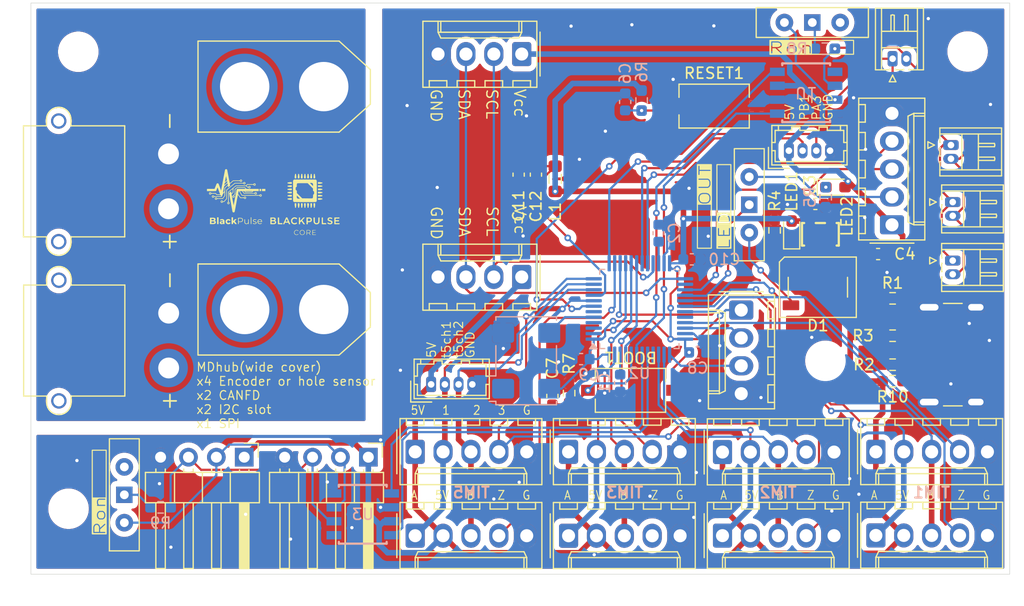
<source format=kicad_pcb>
(kicad_pcb (version 20241229) (generator "pcbnew") (generator_version "9.0")
  (layers (0 "F.Cu" signal) (2 "B.Cu" signal) (13 "F.Paste" user) (15 "B.Paste" user) (5 "F.SilkS" user "F.Silkscreen") (7 "B.SilkS" user "B.Silkscreen") (1 "F.Mask" user) (3 "B.Mask" user) (25 "Edge.Cuts" user))
  (net 0 "")
  (net 1 "BOOT0")
  (net 2 "GND")
  (net 3 "VCAP2")
  (net 4 "VCAP1")
  (net 5 "Vbat")
  (net 6 "NRST")
  (net 7 "Vdda")
  (net 8 "PA11")
  (net 9 "SWCLK")
  (net 10 "SWDIO")
  (net 11 "ETR_TIM1")
  (net 12 "CH1_TIM2")
  (net 13 "CH2_TIM2")
  (net 14 "CH1_TIM1")
  (net 15 "CH2_TIM1")
  (net 16 "ETR_TIM2")
  (net 17 "CH2_TIM3")
  (net 18 "VS")
  (net 19 "CH3_TIM3")
  (net 20 "PC13")
  (net 21 "PB14")
  (net 22 "PH0")
  (net 23 "PC14")
  (net 24 "PB4")
  (net 25 "PB15")
  (net 26 "PH1")
  (net 27 "VBUS")
  (net 28 "CH3_TIM2")
  (net 29 "PC15")
  (net 30 "PB2")
  (net 31 "CH1_TIM5")
  (net 32 "GND1")
  (net 33 "CH2_TIM5")
  (net 34 "INP15")
  (net 35 "ETR_TIM5")
  (net 36 "PB13")
  (net 37 "PB10")
  (net 38 "INP5")
  (net 39 "CH3_TIM1")
  (net 40 "PB12")
  (net 41 "Net-(D1-DIN)")
  (net 44 "CAN_L")
  (net 45 "CAN_H")
  (net 46 "CAN_L2")
  (net 47 "CAN_H2")
  (net 48 "SPI_MOSI2")
  (net 49 "Net-(LED1-K)")
  (net 50 "Net-(LED2-K)")
  (net 51 "Net-(J1-VBUS-PadA4)")
  (net 52 "Net-(J1-CC1)")
  (net 53 "Net-(J1-CC2)")
  (net 54 "Net-(SW1-B)")
  (net 55 "Net-(SW2-B)")
  (net 59 "CAN1_RX")
  (net 60 "CAN1_TX")
  (net 61 "CAN2_TX")
  (net 62 "CAN2_RX")
  (net 63 "CH1_TIM3")
  (net 69 "Net-(DCDC1-STBY)")
  (footprint "Connector_Hirose:Hirose_DF13-04P-1.25DSA_1x04_P1.25mm_Vertical" (layer "F.Cu") (at 246.8372 66.802)
    (property "Reference" "J13" (hide yes))
    (property "Value" "Conn_01x04_Pin")
  )
  (footprint "Resistor_SMD:R_0603_1608Metric_Pad0.98x0.95mm_HandSolder" (layer "F.Cu") (at 256.286 86.3092)
    (property "Reference" "R2")
    (property "Value" "5.1k")
  )
  (footprint "Button_Switch_THT:SW_Slide-03_Wuerth-WS-SLTV_10x2.5x6.4_P2.54mm" (layer "F.Cu") (at 248.9708 55.118)
    (property "Reference" "SW1" (hide yes))
    (property "Value" "SW_Wuerth_450301014042")
  )
  (footprint "Connector_Hirose:Hirose_DF13-02P-1.25DS_1x02_P1.25mm_Horizontal" (layer "F.Cu") (at 261.7623 71.4856 -90)
    (property "Reference" "J23" (hide yes))
    (property "Value" "Conn_01x02_Pin")
  )
  (footprint "Connector_Molex:Molex_KK-254_AE-6410-04A_1x04_P2.54mm_Vertical" (layer "F.Cu") (at 242.4992 81.3308 -90)
    (property "Reference" "J2" (hide yes))
    (property "Value" "Conn_01x04_Pin")
  )
  (footprint "Connector_Molex:Molex_KK-254_AE-6410-05A_1x05_P2.54mm_Vertical" (layer "F.Cu") (at 212.8012 94.254)
    (property "Reference" "J22" (hide yes))
    (property "Value" "Conn_01x05_Pin")
  )
  (footprint "Capacitor_SMD:C_0603_1608Metric" (layer "F.Cu") (at 223.7994 68.9864 -90)
    (property "Reference" "C12")
    (property "Value" "1u")
  )
  (footprint "Connector_Molex:Molex_KK-254_AE-6410-05A_1x05_P2.54mm_Vertical" (layer "F.Cu") (at 226.7712 101.9048)
    (property "Reference" "J5" (hide yes))
    (property "Value" "Conn_01x05_Pin")
  )
  (footprint "Capacitor_SMD:C_0603_1608Metric" (layer "F.Cu") (at 249.2502 71.6534)
    (property "Reference" "C3")
    (property "Value" "4.7u")
  )
  (footprint "Connector_Molex:Molex_KK-254_AE-6410-04A_1x04_P2.54mm_Vertical" (layer "F.Cu") (at 222.504 78.3136 180)
    (property "Reference" "J10" (hide yes))
    (property "Value" "Conn_01x04_Pin")
  )
  (footprint "Capacitor_SMD:C_0603_1608Metric" (layer "F.Cu") (at 222.2246 68.9864 -90)
    (property "Reference" "C11")
    (property "Value" "0.1u")
  )
  (footprint "footprints:SSOP5" (layer "F.Cu") (at 249.7074 74.422 90)
    (property "Reference" "DCDC1" (hide yes))
    (property "Value" "BU33TD3WG")
  )
  (footprint "Connector_Hirose:Hirose_DF13-02P-1.25DS_1x02_P1.25mm_Horizontal" (layer "F.Cu") (at 261.7623 76.8196 -90)
    (property "Reference" "J24" (hide yes))
    (property "Value" "Conn_01x02_Pin")
  )
  (footprint "_gazou:core" (layer "F.Cu") (at 202.6666 71.5772)
    (property "Reference" "G***" (hide yes))
    (property "Value" "LOGO" (hide yes))
  )
  (footprint "Connector_Molex:Molex_KK-254_AE-6410-05A_1x05_P2.54mm_Vertical" (layer "F.Cu") (at 254.762 94.254)
    (property "Reference" "J21" (hide yes))
    (property "Value" "Conn_01x05_Pin")
  )
  (footprint "Connector_Hirose:Hirose_DF13-02P-1.25DS_1x02_P1.25mm_Horizontal" (layer "F.Cu") (at 261.5998 66.2886 -90)
    (property "Reference" "J15" (hide yes))
    (property "Value" "Conn_01x02_Pin")
  )
  (footprint "Inductor_SMD:L_0805_2012Metric_Pad1.05x1.20mm_HandSolder" (layer "F.Cu") (at 225.552 69.3674 -90)
    (property "Reference" "L1")
    (property "Value" "1.5kΩ 100MHz")
  )
  (footprint "Connector_Molex:Molex_KK-254_AE-6410-05A_1x05_P2.54mm_Vertical" (layer "F.Cu") (at 240.792 94.274)
    (property "Reference" "J17" (hide yes))
    (property "Value" "Conn_01x05_Pin")
  )
  (footprint "Resistor_SMD:R_0603_1608Metric_Pad0.98x0.95mm_HandSolder" (layer "F.Cu") (at 256.286 83.6676 180)
    (property "Reference" "R3")
    (property "Value" "5.1k")
  )
  (footprint "Resistor_SMD:R_0603_1608Metric_Pad0.98x0.95mm_HandSolder" (layer "F.Cu") (at 245.5418 74.0664 90)
    (property "Reference" "R4")
    (property "Value" "165")
  )
  (footprint "Connector_Hirose:Hirose_DF13-04P-1.25DSA_1x04_P1.25mm_Vertical" (layer "F.Cu") (at 214.2536 88.1046)
    (property "Reference" "J16" (hide yes))
    (property "Value" "Conn_01x04_Pin")
  )
  (footprint "_gazou:full" (layer "F.Cu") (at 196.4944 70.993)
    (property "Reference" "G***" (hide yes))
    (property "Value" "LOGO" (hide yes))
  )
  (footprint "Connector_PinHeader_2.54mm:PinHeader_1x04_P2.54mm_Horizontal" (layer "F.Cu") (at 197.231 94.742 -90)
    (property "Reference" "J20" (hide yes))
    (property "Value" "Conn_01x04_Pin")
  )
  (footprint "Connector_Hirose:Hirose_DF13-02P-1.25DS_1x02_P1.25mm_Horizontal" (layer "F.Cu") (at 256.286 58.42)
    (property "Reference" "J14" (hide yes))
    (property "Value" "Conn_01x02_Pin")
  )
  (footprint "Connector_Molex:Molex_KK-254_AE-6410-05A_1x05_P2.54mm_Vertical" (layer "F.Cu") (at 256.2298 73.5584 90)
    (property "Reference" "J25" (hide yes))
    (property "Value" "Conn_01x05_Pin")
  )
  (footprint "jisaku:AMASS_XT30PW-M_1x02_P2.50mm_Horizontal+3D" (layer "F.Cu") (at 190.3476 81.6102 90)
    (property "Reference" "J19")
    (property "Value" "Conn_01x02_Pin")
  )
  (footprint "Connector_AMASS:AMASS_XT60-F_1x02_P7.20mm_Vertical" (layer "F.Cu") (at 204.47 60.96 180)
    (property "Reference" "J7" (hide yes))
    (property "Value" "Conn_01x02_Pin")
  )
  (footprint "Capacitor_SMD:C_0603_1608Metric" (layer "F.Cu") (at 254.9652 76.2254)
    (property "Reference" "C4")
    (property "Value" "10u(DFP")
  )
  (footprint "Button_Switch_SMD:SW_Tactile_SPST_NO_Straight_CK_PTS636Sx25SMTRLFS" (layer "F.Cu") (at 240.03 62.738)
    (property "Reference" "RESET1")
    (property "Value" "SW_Push")
  )
  (footprint "Resistor_SMD:R_0603_1608Metric_Pad0.98x0.95mm_HandSolder" (layer "F.Cu") (at 256.286 87.8078 180)
    (property "Reference" "R10")
    (property "Value" "fuse")
  )
  (footprint "LED_SMD:LED_WS2812B_PLCC4_5.0x5.0mm_P3.2mm" (layer "F.Cu") (at 249.4788 79.248 180)
    (property "Reference" "D1")
    (property "Value" "WS2812B")
  )
  (footprint "Connector_AMASS:AMASS_XT60-F_1x02_P7.20mm_Vertical" (layer "F.Cu") (at 204.47 81.28 180)
    (property "Reference" "J8" (hide yes))
    (property "Value" "Conn_01x02_Pin")
  )
  (footprint "Connector_Molex:Molex_KK-254_AE-6410-05A_1x05_P2.54mm_Vertical" (layer "F.Cu") (at 226.7712 94.254)
    (property "Reference" "J18" (hide yes))
    (property "Value" "Conn_01x05_Pin")
  )
  (footprint "Capacitor_SMD:C_0603_1608Metric" (layer "F.Cu") (at 225.298 89.154 -90)
    (property "Reference" "C7")
    (property "Value" "0.1u")
  )
  (footprint "Connector_Molex:Molex_KK-254_AE-6410-04A_1x04_P2.54mm_Vertical" (layer "F.Cu") (at 222.504 57.9936 180)
    (property "Reference" "J9" (hide yes))
    (property "Value" "Conn_01x04_Pin")
  )
  (footprint "Button_Switch_SMD:SW_Tactile_SPST_NO_Straight_CK_PTS636Sx25SMTRLFS" (layer "F.Cu") (at 232.41 88.646 180)
    (property "Reference" "BOOT1")
    (property "Value" "SW_Push")
  )
  (footprint "Resistor_SMD:R_0603_1608Metric_Pad0.98x0.95mm_HandSolder" (layer "F.Cu") (at 256.286 80.264 180)
    (property "Reference" "R1")
    (property "Value" "fuse")
  )
  (footprint "jisaku:AMASS_XT30PW-M_1x02_P2.50mm_Horizontal+3D" (layer "F.Cu") (at 190.333 67.096 90)
    (property "Reference" "J11")
    (property "Value" "Conn_01x02_Pin")
  )
  (footprint "MountingHole:MountingHole_3.2mm_M3" (layer "F.Cu") (at 263.1186 57.7596)
    (property "Reference" "H2" (hide yes))
    (property "Value" "MountingHole")
  )
  (footprint "LED_SMD:LED_0603_1608Metric_Pad1.05x0.95mm_HandSolder" (layer "F.Cu") (at 247.0912 74.0918 90)
    (property "Reference" "LED1")
    (property "Value" "LED")
  )
  (footprint "Connector_PinHeader_2.54mm:PinHeader_1x04_P2.54mm_Horizontal" (layer "F.Cu") (at 208.534 94.742 -90)
    (property "Reference" "J12" (hide yes))
    (property "Value" "Conn_01x04_Pin")
  )
  (footprint "LED_SMD:LED_0603_1608Metric_Pad1.05x0.95mm_HandSolder" (layer "F.Cu") (at 251.079 70.1294)
    (property "Reference" "LED2")
    (property "Value" "LED")
  )
  (footprint "MountingHole:MountingHole_3.2mm_M3" (layer "F.Cu") (at 250.1646 85.9536)
    (property "Reference" "H1" (hide yes))
    (property "Value" "MountingHole")
  )
  (footprint "MountingHole:MountingHole_3.2mm_M3" (layer "F.Cu") (at 181.229 99.441)
    (property "Reference" "H3" (hide yes))
    (property "Value" "MountingHole")
  )
  (footprint "Connector_Molex:Molex_KK-254_AE-6410-05A_1x05_P2.54mm_Vertical" (layer "F.Cu") (at 212.8012 101.8994)
    (property "Reference" "J6" (hide yes))
    (property "Value" "Conn_01x05_Pin")
  )
  (footprint "Button_Switch_THT:SW_Slide-03_Wuerth-WS-SLTV_10x2.5x6.4_P2.54mm" (layer "F.Cu") (at 186.309 98.171 90)
    (property "Reference" "SW2" (hide yes))
    (property "Value" "SW_Wuerth_450301014042")
  )
  (footprint "Connector_Molex:Molex_KK-254_AE-6410-05A_1x05_P2.54mm_Vertical" (layer "F.Cu") (at 254.762 101.874)
    (property "Reference" "J3" (hide yes))
    (property "Value" "Conn_01x05_Pin")
  )
  (footprint "Button_Switch_THT:SW_Slide-03_Wuerth-WS-SLTV_10x2.5x6.4_P2.54mm" (layer "F.Cu") (at 243.2304 71.7296 -90)
    (property "Reference" "SW3" (hide yes))
    (property "Value" "SW_Wuerth_450301014042")
  )
  (footprint "jisaku:USB_C_Receptacle_aitendo" (layer "F.Cu") (at 262.7228 85.3948 90)
    (property "Reference" "J1" (hide yes))
    (property "Value" "USB_C_Receptacle_USB2.0_14P" (hide yes))
  )
  (footprint "Connector_Molex:Molex_KK-254_AE-6410-05A_1x05_P2.54mm_Vertical" (layer "F.Cu") (at 240.792 101.894)
    (property "Reference" "J4" (hide yes))
    (property "Value" "Conn_01x05_Pin")
  )
  (footprint "MountingHole:MountingHole_3.2mm_M3" (layer "F.Cu") (at 182.118 57.785)
    (property "Reference" "H4" (hide yes))
    (property "Value" "MountingHole")
  )
  (footprint "Resistor_SMD:R_0603_1608Metric_Pad0.98x0.95mm_HandSolder" (layer "F.Cu") (at 226.822 88.9 90)
    (property "Reference" "R7")
    (property "Value" "10k")
  )
  (footprint "Resistor_SMD:R_0603_1608Metric_Pad0.98x0.95mm_HandSolder" (layer "B.Cu") (at 250.19 71.0438 -90)
    (property "Reference" "R5")
    (property "Value" "165")
  )
  (footprint "footprints2:SOP-J8" (layer "B.Cu") (at 208.026 99.949 180)
    (property "Reference" "U3")
    (property "Value" "SOP-J8")
  )
  (footprint "Capacitor_SMD:C_0603_1608Metric" (layer "B.Cu") (at 238.5314 85.1916)
    (property "Reference" "C8")
    (property "Value" "0.1u")
  )
  (footprint "Capacitor_SMD:C_0603_1608Metric" (layer "B.Cu") (at 237.998 76.708)
    (property "Reference" "C10")
    (property "Value" "0.1u")
  )
  (footprint "Capacitor_SMD:C_0603_1608Metric" (layer "B.Cu") (at 234.9754 74.3204 90)
    (property "Reference" "C2")
    (property "Value" "4.7u")
  )
  (footprint "Package_QFP:LQFP-48_7x7mm_P0.5mm" (layer "B.Cu") (at 233.2228 81.2292)
    (property "Reference" "U2")
    (property "Value" "STM32H523CCTx")
  )
  (footprint "Capacitor_SMD:C_0603_1608Metric" (layer "B.Cu") (at 231.4702 87.9856 -90)
    (property "Reference" "C1")
    (property "Value" "4.7u")
  )
  (footprint "Capacitor_SMD:C_0603_1608Metric" (layer "B.Cu") (at 231.9274 62.357 90)
    (property "Reference" "C6")
    (property "Value" "0.1u")
  )
  (footprint "footprints2:SOP-J8" (layer "B.Cu") (at 248.412 61.5188)
    (property "Reference" "U1")
    (property "Value" "SOP-J8")
  )
  (footprint "Resistor_SMD:R_0603_1608Metric_Pad0.98x0.95mm_HandSolder" (layer "B.Cu") (at 189.611 99.314)
    (property "Reference" "R9")
    (property "Value" "R")
  )
  (footprint "Resistor_SMD:R_0603_1608Metric_Pad0.98x0.95mm_HandSolder" (layer "B.Cu") (at 250.1138 57.5056)
    (property "Reference" "R8")
    (property "Value" "R")
  )
  (footprint "Resistor_SMD:R_0603_1608Metric_Pad0.98x0.95mm_HandSolder" (layer "B.Cu") (at 233.426 62.23 -90)
    (property "Reference" "R6")
    (property "Value" "10k")
  )
  (footprint "Capacitor_SMD:C_0603_1608Metric" (layer "B.Cu") (at 227.9142 85.8012 180)
    (property "Reference" "C9")
    (property "Value" "0.1u")
  )
  (footprint "Oscillator:Oscillator_SMD_IQD_IQXO70-4Pin_7.5x5.0mm" (layer "B.Cu") (at 222.9104 85.9536 90)
    (property "Reference" "X1" (hide yes))
    (property "Value" "IQXO-70")
  )
  (gr_rect (start 238.506 68.072) (end 239.776 75.692) (stroke (width 0.1)) (fill no) (layer "F.SilkS"))
  (gr_rect (start 240.284 68.072) (end 241.554 75.692) (stroke (width 0.1)) (fill no) (layer "F.SilkS"))
  (gr_rect (start 245.11 56.7436) (end 252.73 58.0136) (stroke (width 0.1)) (fill no) (layer "F.SilkS"))
  (gr_rect (start 183.388 94.107) (end 184.658 101.727) (stroke (width 0.1)) (fill no) (layer "F.SilkS"))
  (gr_rect (start 177.8 53.34) (end 266.954 105.41) (stroke (width 0.05)) (fill no) (layer "Edge.Cuts"))
  (gr_text "PB1" (at 248.7168 64.1096 90) (layer "F.SilkS") (effects (font (size 0.8 0.8) (thickness 0.1)) (justify left bottom)))
  (gr_text "OUT" (at 239.776 71.882 90) (layer "F.SilkS" knockout) (effects (font (size 1 1.3) (thickness 0.1)) (justify left bottom)))
  (gr_text "PA3" (at 249.8344 64.0842 90) (layer "F.SilkS") (effects (font (size 0.8 0.8) (thickness 0.1)) (justify left bottom)))
  (gr_text "LED" (at 241.554 75.946 90) (layer "F.SilkS" knockout) (effects (font (size 1 1.3) (thickness 0.1)) (justify left bottom)))
  (gr_text "SDA" (at 216.6874 71.7804 270) (layer "F.SilkS") (effects (font (size 1 1) (thickness 0.125)) (justify left bottom)))
  (gr_text "SCL" (at 219.202 61.087 270) (layer "F.SilkS") (effects (font (size 1 1) (thickness 0.125)) (justify left bottom)))
  (gr_text "GND" (at 214.1474 71.7804 270) (layer "F.SilkS") (effects (font (size 1 1) (thickness 0.125)) (justify left bottom)))
  (gr_text "5V   1    2   3   G" (at 212.344 90.932 0) (layer "F.SilkS") (effects (font (size 0.8 0.7) (thickness 0.1)) (justify left bottom)))
  (gr_text "GND" (at 218.2622 85.7758 90) (layer "F.SilkS") (effects (font (size 0.8 0.8) (thickness 0.1)) (justify left bottom)))
  (gr_text "GND" (at 250.8758 64.1096 90) (layer "F.SilkS") (effects (font (size 0.8 0.8) (thickness 0.1)) (justify left bottom)))
  (gr_text "SCL" (at 219.2274 71.7804 270) (layer "F.SilkS") (effects (font (size 1 1) (thickness 0.125)) (justify left bottom)))
  (gr_text "A   5V   B    Z   G" (at 240.538 98.679 0) (layer "F.SilkS") (effects (font (size 0.8 0.7) (thickness 0.0875)) (justify left bottom)))
  (gr_text "Vcc" (at 221.742 61.087 270) (layer "F.SilkS") (effects (font (size 1 1) (thickness 0.125)) (justify left bottom)))
  (gr_text "t5ch1" (at 216.1032 85.7758 90) (layer "F.SilkS") (effects (font (size 0.8 0.8) (thickness 0.1)) (justify left bottom)))
  (gr_text "5V" (at 214.757 85.7504 90) (layer "F.SilkS") (effects (font (size 0.8 0.8) (thickness 0.1)) (justify left bottom)))
  (gr_text "GND" (at 214.122 61.087 270) (layer "F.SilkS") (effects (font (size 1 1) (thickness 0.125)) (justify left bottom)))
  (gr_text "MDhub(wide cover)\nx4 Encoder or hole sensor\nx2 CANFD\nx2 I2C slot\nx1 SPI" (at 192.8114 92.1512 0) (layer "F.SilkS") (effects (font (size 0.8 0.8) (thickness 0.1)) (justify left bottom)))
  (gr_text "5V" (at 247.3706 64.0842 90) (layer "F.SilkS") (effects (font (size 0.8 0.8) (thickness 0.1)) (justify left bottom)))
  (gr_text "A   5V   B    Z   G" (at 212.344 98.679 0) (layer "F.SilkS") (effects (font (size 0.8 0.7) (thickness 0.1)) (justify left bottom)))
  (gr_text "t5ch2" (at 217.2208 85.7504 90) (layer "F.SilkS") (effects (font (size 0.8 0.8) (thickness 0.1)) (justify left bottom)))
  (gr_text "A   5V   B    Z   G" (at 254.254 98.679 0) (layer "F.SilkS") (effects (font (size 0.8 0.7) (thickness 0.0875)) (justify left bottom)))
  (gr_text "Ron" (at 184.658 101.981 90) (layer "F.SilkS" knockout) (effects (font (size 1 1.3) (thickness 0.1)) (justify left bottom)))
  (gr_text "Ron" (at 244.856 58.0136 0) (layer "F.SilkS" knockout) (effects (font (size 1 1.5) (thickness 0.1)) (justify left bottom)))
  (gr_text "SDA" (at 216.662 61.087 270) (layer "F.SilkS") (effects (font (size 1 1) (thickness 0.125)) (justify left bottom)))
  (gr_text "Vcc" (at 221.7674 71.7804 270) (layer "F.SilkS") (effects (font (size 1 1) (thickness 0.125)) (justify left bottom)))
  (gr_text "A   5V   B    Z   G" (at 226.314 98.679 0) (layer "F.SilkS") (effects (font (size 0.8 0.7) (thickness 0.0875)) (justify left bottom)))
  (gr_text "TIM1" (at 261.62 98.552 0) (layer "B.SilkS") (effects (font (size 1 1) (thickness 0.2) (bold yes)) (justify left bottom mirror)))
  (gr_text "TIM5" (at 219.71 98.552 0) (layer "B.SilkS") (effects (font (size 1 1) (thickness 0.2) (bold yes)) (justify left bottom mirror)))
  (gr_text "TIM3" (at 233.68 98.552 0) (layer "B.SilkS") (effects (font (size 1 1) (thickness 0.2) (bold yes)) (justify left bottom mirror)))
  (gr_text "TIM2" (at 247.65 98.552 0) (layer "B.SilkS") (effects (font (size 1 1) (thickness 0.2) (bold yes)) (justify left bottom mirror)))
  (segment (start 225.298 89.929) (end 226.7055 89.929) (width 0.2) (layer "F.Cu") (net 1))
  (segment (start 228.535 88.646) (end 227.3685 89.8125) (width 0.2) (layer "F.Cu") (net 1))
  (segment (start 227.3685 89.8125) (end 226.822 89.8125) (width 0.2) (layer "F.Cu") (net 1))
  (segment (start 226.7055 89.929) (end 226.822 89.8125) (width 0.2) (layer "F.Cu") (net 1))
  (via (at 228.535 88.646) (size 0.6) (drill 0.3) (layers "F.Cu" "B.Cu") (net 1))
  (segment (start 231.89631 88.0096) (end 229.1714 88.0096) (width 0.2) (layer "B.Cu") (net 1))
  (segment (start 232.4728 87.43311) (end 231.89631 88.0096) (width 0.2) (layer "B.Cu") (net 1))
  (segment (start 229.1714 88.0096) (end 228.535 88.646) (width 0.2) (layer "B.Cu") (net 1))
  (segment (start 232.4728 85.3917) (end 232.4728 87.43311) (width 0.2) (layer "B.Cu") (net 1))
  (segment (start 226.2124 81.2292) (end 221.1324 81.2292) (width 0.2) (layer "F.Cu") (net 2))
  (segment (start 249.7074 75.622) (end 249.7074 76.322) (width 0.2) (layer "F.Cu") (net 2))
  (segment (start 220.8276 81.534) (end 220.8276 84.836) (width 0.2) (layer "F.Cu") (net 2))
  (segment (start 221.1324 81.2292) (end 220.8276 81.534) (width 0.2) (layer "F.Cu") (net 2))
  (segment (start 249.7074 76.322) (end 248.4314 77.598) (width 0.2) (layer "F.Cu") (net 2))
  (segment (start 230.061637 87.0712) (end 230.061637 88.9) (width 0.2) (layer "F.Cu") (net 2))
  (segment (start 248.4314 77.598) (end 247.0288 77.598) (width 0.2) (layer "F.Cu") (net 2))
  (via (at 227.7618 67.5894) (size 0.6) (drill 0.3) (layers "F.Cu" "B.Cu") (net 2))
  (via (at 222.631 74.5744) (size 0.6) (drill 0.3) (layers "F.Cu" "B.Cu") (net 2))
  (via (at 232.537 55.3212) (size 0.6) (drill 0.3) (layers "F.Cu" "B.Cu") (net 2))
  (via (at 211.6328 77.6732) (size 0.6) (drill 0.3) (layers "F.Cu" "B.Cu") (net 2))
  (via (at 207.0354 101.1682) (size 0.6) (drill 0.3) (layers "F.Cu" "B.Cu") (net 2))
  (via (at 237.744 70.231) (size 0.6) (drill 0.3) (layers "F.Cu" "B.Cu") (net 2))
  (via (at 239.4966 74.5998) (size 0.6) (drill 0.3) (layers "F.Cu" "B.Cu") (net 2))
  (via (at 261.5946 88.0618) (size 0.6) (drill 0.3) (layers "F.Cu" "B.Cu") (net 2))
  (via (at 211.455 86.8172) (size 0.6) (drill 0.3) (layers "F.Cu" "B.Cu") (net 2))
  (via (at 190.5508 102.9462) (size 0.6) (drill 0.3) (layers "F.Cu" "B.Cu") (net 2))
  (via (at 230.124 65.024) (size 0.6) (drill 0.3) (layers "F.Cu" "B.Cu") (net 2))
  (via (at 212.0646 62.6872) (size 0.6) (drill 0.3) (layers "F.Cu" "B.Cu") (net 2))
  (via (at 209.6516 99.314) (size 0.6) (drill 0.3) (layers "F.Cu" "B.Cu") (net 2))
  (via (at 250.7488 99.6442) (size 0.6) (drill 0.3) (layers "F.Cu" "B.Cu") (net 2))
  (via (at 228.346 87.122) (size 0.6) (drill 0.3) (layers "F.Cu" "B.Cu") (net 2))
  (via (at 265.2014 62.5856) (size 0.6) (drill 0.3) (layers "F.Cu" "B.Cu") (net 2))
  (via (at 253.746 72.898) (size 0.6) (drill 0.3) (layers "F.Cu" "B.Cu") (net 2))
  (via (at 219.964 98.552) (size 0.6) (drill 0.3) (layers "F.Cu" "B.Cu") (net 2))
  (via (at 222.2754 97.028) (size 0.6) (drill 0.3) (layers "F.Cu" "B.Cu") (net 2))
  (via (at 181.991 95.0468) (size 0.6) (drill 0.3) (layers "F.Cu" "B.Cu") (net 2))
  (via (at 252.73 61.976) (size 0.6) (drill 0.3) (layers "F.Cu" "B.Cu") (net 2))
  (via (at 252.3744 96.6978) (size 0.6) (drill 0.3) (layers "F.Cu" "B.Cu") (net 2))
  (via (at 226.9998 55.4482) (size 0.6) (drill 0.3) (layers "F.Cu" "B.Cu") (net 2))
  (via (at 201.4474 102.2096) (size 0.6) (drill 0.3) (layers "F.Cu" "B.Cu") (net 2))
  (via (at 226.2124 81.2292) (size 0.6) (drill 0.3) (layers "F.Cu" "B.Cu") (net 2))
  (via (at 204.8002 97.0026) (size 0.6) (drill 0.3) (layers "F.Cu" "B.Cu") (net 2))
  (via (at 246.7102 71.7042) (size 0.6) (drill 0.3) (layers "F.Cu" "B.Cu") (net 2))
  (via (at 238.4044 96.139) (size 0.6) (drill 0.3) (layers "F.Cu" "B.Cu") (net 2))
  (via (at 209.6516 93.1672) (size 0.6) (drill 0.3) (layers "F.Cu" "B.Cu") (net 2))
  (via (at 197.358 99.949) (size 0.6) (drill 0.3) (layers "F.Cu" "B.Cu") (net 2))
  (via (at 253.2126 98.1202) (size 0.6) (drill 0.3) (layers "F.Cu" "B.Cu") (net 2))
  (via (at 222.9358 63.627) (size 0.6) (drill 0.3) (layers "F.Cu" "B.Cu") (net 2))
  (via (at 214.8078 70.1548) (size 0.6) (drill 0.3) (layers "F.Cu" "B.Cu") (net 2))
  (via (at 238.1758 100.2284) (size 0.6) (drill 0.3) (layers "F.Cu" "B.Cu") (net 2))
  (via (at 220.8276 84.836) (size 0.6) (drill 0.3) (layers "F.Cu" "B.Cu") (net 2))
  (via (at 229.108 103.632) (size 0.6) (drill 0.3) (layers "F.Cu" "B.Cu") (net 2))
  (via (at 230.061637 88.9) (size 0.6) (drill 0.3) (layers "F.Cu" "B.Cu") (net 2))
  (via (at 236.2962 60.2996) (size 0.6) (drill 0.3) (layers "F.Cu" "B.Cu") (net 2))
  (via (at 234.188 98.298) (size 0.6) (drill 0.3) (layers "F.Cu" "B.Cu") (net 2))
  (via (at 225.8568 86.0552) (size 0.6) (drill 0.3) (layers "F.Cu" "B.Cu") (net 2))
  (via (at 259.5372 54.7624) (size 0.6) (drill 0.3) (layers "F.Cu" "B.Cu") (net 2))
  (via (at 255.778 77.9018) (size 0.6) (drill 0.3) (layers "F.Cu" "B.Cu") (net 2))
  (via (at 244.2972 89.3064) (size 0.6) (drill 0.3) (layers "F.Cu" "B.Cu") (net 2))
  (via (at 265.0998 84.0994) (size 0.6) (drill 0.3) (layers "F.Cu" "B.Cu") (net 2))
  (via (at 238.7092 89.5858) (size 0.6) (drill 0.3) (layers "F.Cu" "B.Cu") (net 2))
  (via (at 248.92 83.82) (size 0.6) (drill 0.3) (layers "F.Cu" "B.Cu") (net 2))
  (via (at 230.061637 87.0712) (size 0.6) (drill 0.3) (layers "F.Cu" "B.Cu") (net 2))
  (via (at 189.5094 97.155) (size 0.6) (drill 0.3) (layers "F.Cu" "B.Cu") (net 2))
  (via (at 263.268 82.55) (size 0.6) (drill 0.3) (layers "F.Cu" "B.Cu") (net 2))
  (via (at 240.538 84.582) (size 0.6) (drill 0.3) (layers "F.Cu" "B.Cu") (net 2))
  (via (at 240.0046 55.4228) (size 0.6) (drill 0.3) (layers "F.Cu" "B.Cu") (net 2))
  (via (at 253.8222 66.675) (size 0.6) (drill 0.3) (layers "F.Cu" "B.Cu") (net 2))
  (segment (start 251.037001 63.4238) (end 251.732001 63.4238) (width 0.508) (layer "B.Cu") (net 2))
  (segment (start 251.732001 63.4238) (end 252.73 62.425801) (width 0.508) (layer "B.Cu") (net 2))
  (segment (start 226.9624 80.4792) (end 226.2124 81.2292) (width 0.2) (layer "B.Cu") (net 2))
  (segment (start 235.4728 77.0667) (end 235.4728 76.295376) (width 0.2) (layer "B.Cu") (net 2))
  (segment (start 237.3853 83.4792) (end 238.156624 83.4792) (width 0.2) (layer "B.Cu") (net 2))
  (segment (start 230.201037 88.7606) (end 230.061637 88.9) (width 0.2) (layer "B.Cu") (net 2))
  (segment (start 230.061637 87.0712) (end 230.064624 87.0712) (width 0.2) (layer "B.Cu") (net 2))
  (segment (start 230.061637 87.0712) (end 230.010837 87.122) (width 0.2) (layer "B.Cu") (net 2))
  (segment (start 252.73 62.425801) (end 252.73 61.976) (width 0.508) (layer "B.Cu") (net 2))
  (segment (start 235.4728 76.295376) (end 235.7514 76.016776) (width 0.2) (layer "B.Cu") (net 2))
  (segment (start 230.064624 87.0712) (end 230.9728 86.163024) (width 0.2) (layer "B.Cu") (net 2))
  (segment (start 239.3064 84.628976) (end 239.3064 85.1916) (width 0.2) (layer "B.Cu") (net 2))
  (segment (start 230.010837 87.122) (end 228.346 87.122) (width 0.2) (layer "B.Cu") (net 2))
  (segment (start 231.4702 88.7606) (end 230.201037 88.7606) (width 0.2) (layer "B.Cu") (net 2))
  (segment (start 230.9728 86.163024) (end 230.9728 85.3917) (width 0.2) (layer "B.Cu") (net 2))
  (segment (start 238.156624 83.4792) (end 239.3064 84.628976) (width 0.2) (layer "B.Cu") (net 2))
  (segment (start 235.7514 74.3214) (end 234.9754 73.5454) (width 0.2) (layer "B.Cu") (net 2))
  (segment (start 235.7514 76.016776) (end 235.7514 74.3214) (width 0.2) (layer "B.Cu") (net 2))
  (segment (start 229.0603 80.4792) (end 226.9624 80.4792) (width 0.2) (layer "B.Cu") (net 2))
  (segment (start 231.4702 85.3943) (end 231.4728 85.3917) (width 0.2) (layer "B.Cu") (net 3))
  (segment (start 231.4702 87.2106) (end 231.4702 85.3943) (width 0.2) (layer "B.Cu") (net 3))
  (segment (start 234.9728 77.0667) (end 234.9728 75.098) (width 0.2) (layer "B.Cu") (net 4))
  (segment (start 234.9728 75.098) (end 234.9754 75.0954) (width 0.2) (layer "B.Cu") (net 4))
  (segment (start 240.5888 81.8388) (end 240.5888 81.8896) (width 0.2) (layer "F.Cu") (net 5))
  (segment (start 236.0676 81.1468) (end 236.0676 79.8576) (width 0.2) (layer "F.Cu") (net 5))
  (segment (start 248.472799 73.2168) (end 247.0912 73.2168) (width 0.508) (layer "F.Cu") (net 5))
  (segment (start 236.2962 70.5104) (end 237.236 71.4502) (width 0.508) (layer "F.Cu") (net 5))
  (segment (start 248.4752 73.214399) (end 248.4752 71.6534) (width 0.508) (layer "F.Cu") (net 5))
  (segment (start 237.236 71.4502) (end 237.236 72.9996) (width 0.508) (layer "F.Cu") (net 5))
  (segment (start 236.285 86.663) (end 237.7564 85.1916) (width 0.2) (layer "F.Cu") (net 5))
  (segment (start 236.6772 79.248) (end 236.6772 77.5716) (width 0.2) (layer "F.Cu") (net 5))
  (segment (start 247.0964 73.222) (end 247.0912 73.2168) (width 0.508) (layer "F.Cu") (net 5))
  (segment (start 230.8352 82.3468) (end 234.4352 82.3468) (width 0.2) (layer "F.Cu") (net 5))
  (segment (start 238.4992 83.9792) (end 236.0676 83.9792) (width 0.2) (layer "F.Cu") (net 5))
  (segment (start 240.5888 81.8896) (end 238.4992 83.9792) (width 0.2) (layer "F.Cu") (net 5))
  (segment (start 248.472799 73.2168) (end 248.4752 73.214399) (width 0.508) (layer "F.Cu") (net 5))
  (segment (start 230.824871 82.336471) (end 230.8352 82.3468) (width 0.2) (layer "F.Cu") (net 5))
  (segment (start 248.477999 73.222) (end 248.472799 73.2168) (width 0.508) (layer "F.Cu") (net 5))
  (segment (start 236.285 88.646) (end 236.285 86.663) (width 0.2) (layer "F.Cu") (net 5))
  (segment (start 234.4352 82.3468) (end 236.0676 83.9792) (width 0.2) (layer "F.Cu") (net 5))
  (segment (start 236.0676 79.8576) (end 236.6772 79.248) (width 0.2) (layer "F.Cu") (net 5))
  (segment (start 225.552 70.5174) (end 225.559 70.5104) (width 0.508) (layer "F.Cu") (net 5))
  (segment (start 225.559 70.5104) (end 236.2962 70.5104) (width 0.508) (layer "F.Cu") (net 5))
  (via (at 230.824871 82.336471) (size 0.6) (drill 0.3) (layers "F.Cu" "B.Cu") (net 5))
  (via (at 236.0676 81.1468) (size 0.6) (drill 0.3) (layers "F.Cu" "B.Cu") (net 5))
  (via (at 240.5888 81.8388) (size 0.6) (drill 0.3) (layers "F.Cu" "B.Cu") (net 5))
  (via (at 225.552 70.5174) (size 0.6) (drill 0.3) (layers "F.Cu" "B.Cu") (net 5))
  (via (at 236.0676 83.9792) (size 0.6) (drill 0.3) (layers "F.Cu" "B.Cu") (net 5))
  (via (at 236.6772 77.5716) (size 0.6) (drill 0.3) (layers "F.Cu" "B.Cu") (net 5))
  (via (at 237.236 72.9996) (size 0.6) (drill 0.3) (layers "F.Cu" "B.Cu") (net 5))
  (via (at 237.7564 85.1916) (size 0.6) (drill 0.3) (layers "F.Cu" "B.Cu") (net 5))
  (via (at 247.0912 73.2168) (size 0.6) (drill 0.3) (layers "F.Cu" "B.Cu") (net 5))
  (segment (start 230.4728 85.3917) (end 229.8477 85.3917) (width 0.2) (layer "B.Cu") (net 5))
  (segment (start 229.4382 85.8012) (end 228.6892 85.8012) (width 0.2) (layer "B.Cu") (net 5))
  (segment (start 232.7855 60.677) (end 227.1304 60.677) (width 0.508) (layer "B.Cu") (net 5))
  (segment (start 227.1304 60.677) (end 225.552 62.2554) (width 0.508) (layer "B.Cu") (net 5))
  (segment (start 236.0676 83.9792) (end 237.3853 83.9792) (width 0.2) (layer "B.Cu") (net 5))
  (segment (start 229.831624 83.9792) (end 229.0603 83.9792) (width 0.2) (layer "B.Cu") (net 5))
  (segment (start 237.3853 84.8205) (end 237.7564 85.1916) (width 0.2) (layer "B.Cu") (net 5))
  (segment (start 246.867 72.9926) (end 237.243 72.9926) (width 0.508) (layer "B.Cu") (net 5))
  (segment (start 241.0968 81.3308) (end 242.4992 81.3308) (width 0.2) (layer "B.Cu") (net 5))
  (segment (start 240.5888 81.8388) (end 241.0968 81.3308) (width 0.2) (layer "B.Cu") (net 5))
  (segment (start 237.3853 83.9792) (end 237.3853 84.8205) (width 0.2) (layer "B.Cu") (net 5))
  (segment (start 236.8643 77.0667) (end 237.223 76.708) (width 0.2) (layer "B.Cu") (net 5))
  (segment (start 236.0676 81.1468) (end 236.0676 83.9792) (width 0.2) (layer "B.Cu") (net 5))
  (segment (start 247.0912 73.2168) (end 246.867 72.9926) (width 0.508) (layer "B.Cu") (net 5))
  (segment (start 235.9728 77.0667) (end 236.8643 77.0667) (width 0.2) (layer "B.Cu") (net 5))
  (segment (start 230.824871 82.336471) (end 230.0988 83.062542) (width 0.2) (layer "B.Cu") (net 5))
  (segment (start 229.0603 83.9792) (end 229.0603 84.69815) (width 0.2) (layer "B.Cu") (net 5))
  (segment (start 236.6772 77.5716) (end 236.1946 77.5716) (width 0.2) (layer "B.Cu") (net 5))
  (segment (start 230.0988 83.712024) (end 229.831624 83.9792) (width 0.2) (layer "B.Cu") (net 5))
  (segment (start 228.6892 85.06925) (end 228.6892 85.8012) (width 0.2) (layer "B.Cu") (net 5))
  (segment (start 228.6892 85.928857) (end 228.6892 85.8012) (width 0.2) (layer "B.Cu") (net 5))
  (segment (start 237.236 72.9996) (end 237.236 76.695) (width 0.508) (layer "B.Cu") (net 5))
  (segment (start 230.0988 83.062542) (end 230.0988 83.712024) (width 0.2) (layer "B.Cu") (net 5))
  (segment (start 235.9728 77.3498) (end 235.9728 77.0667) (width 0.2) (layer "B.Cu") (net 5))
  (segment (start 225.552 62.2554) (end 225.552 70.5174) (width 0.508) (layer "B.Cu") (net 5))
  (segment (start 229.0603 84.69815) (end 228.6892 85.06925) (width 0.2) (layer "B.Cu") (net 5))
  (segment (start 236.1946 77.5716) (end 235.9728 77.3498) (width 0.2) (layer "B.Cu") (net 5))
  (segment (start 237.236 76.695) (end 237.223 76.708) (width 0.508) (layer "B.Cu") (net 5))
  (segment (start 226.124457 88.4936) (end 228.6892 85.928857) (width 0.2) (layer "B.Cu") (net 5))
  (segment (start 225.0104 88.4936) (end 226.124457 88.4936) (width 0.2) (layer "B.Cu") (net 5))
  (segment (start 233.426 61.3175) (end 232.7855 60.677) (width 0.508) (layer "B.Cu") (net 5))
  (segment (start 237.243 72.9926) (end 237.236 72.9996) (width 0.508) (layer "B.Cu") (net 5))
  (segment (start 229.8477 85.3917) (end 229.4382 85.8012) (width 0.2) (layer "B.Cu") (net 5))
  (segment (start 234.8738 62.738) (end 234.4693 63.1425) (width 0.2) (layer "F.Cu") (net 6))
  (segment (start 230.4796 68.2244) (end 235.966 62.738) (width 0.2) (layer "F.Cu") (net 6))
  (segment (start 226.211635 80.364835) (end 227.068465 81.221665) (width 0.2) (layer "F.Cu") (net 6))
  (segment (start 223.876837 80.364835) (end 226.211635 80.364835) (width 0.2) (layer "F.Cu") (net 6))
  (segment (start 235.966 62.738) (end 236.155 62.738) (width 0.2) (layer "F.Cu") (net 6))
  (segment (start 234.4693 63.1425) (end 233.426 63.1425) (width 0.2) (layer "F.Cu") (net 6))
  (segment (start 236.155 62.738) (end 234.8738 62.738) (width 0.2) (layer "F.Cu") (net 6))
  (segment (start 223.875837 80.363835) (end 223.876837 80.364835) (width 0.2) (layer "F.Cu") (net 6))
  (via (at 233.426 63.1425) (size 0.6) (drill 0.3) (layers "F.Cu" "B.Cu") (net 6))
  (via (at 227.068465 81.221665) (size 0.6) (drill 0.3) (layers "F.Cu" "B.Cu") (net 6))
  (via (at 230.4796 68.2244) (size 0.6) (drill 0.3) (layers "F.Cu" "B.Cu") (net 6))
  (via (at 223.875837 80.363835) (size 0.6) (drill 0.3) (layers "F.Cu" "B.Cu") (net 6))
  (segment (start 227.7618 81.2292) (end 228.0118 80.9792) (width 0.2) (layer "B.Cu") (net 6))
  (segment (start 228.0118 80.9792) (end 229.0603 80.9792) (width 0.2) (layer "B.Cu") (net 6))
  (segment (start 233.4155 63.132) (end 233.426 63.1425) (width 0.2) (layer "B.Cu") (net 6))
  (segment (start 230.4796 68.2244) (end 223.875837 74.828163) (width 0.2) (layer "B.Cu") (net 6))
  (segment (start 223.875837 74.828163) (end 223.875837 80.363835) (width 0.2) (layer "B.Cu") (net 6))
  (segment (start 227.068465 81.221665) (end 227.076 81.2292) (width 0.2) (layer "B.Cu") (net 6))
  (segment (start 227.076 81.2292) (end 227.7618 81.2292) (width 0.2) (layer "B.Cu") (net 6))
  (segment (start 231.9274 63.132) (end 233.4155 63.132) (width 0.2) (layer "B.Cu") (net 6))
  (segment (start 224.5868 69.1826) (end 225.552 68.2174) (width 0.2) (layer "F.Cu") (net 7))
  (segment (start 225.546 68.2114) (end 225.552 68.2174) (width 0.2) (layer "F.Cu") (net 7))
  (segment (start 224.5868 72.6186) (end 224.5868 69.1826) (width 0.2) (layer "F.Cu") (net 7))
  (segment (start 222.2246 68.2114) (end 225.546 68.2114) (width 0.2) (layer "F.Cu") (net 7))
  (segment (start 226.695 74.7268) (end 224.5868 72.6186) (width 0.2) (layer "F.Cu") (net 7))
  (segment (start 226.695 74.7522) (end 226.695 74.7268) (width 0.2) (layer "F.Cu") (net 7))
  (via (at 226.695 74.7522) (size 0.6) (drill 0.3) (layers "F.Cu" "B.Cu") (net 7))
  (segment (start 230.0988 78.156) (end 230.0988 79.712024) (width 0.2) (layer "B.Cu") (net 7))
  (segment (start 226.695 74.7522) (end 230.0988 78.156) (width 0.2) (layer "B.Cu") (net 7))
  (segment (start 229.831624 79.9792) (end 229.0603 79.9792) (width 0.2) (layer "B.Cu") (net 7))
  (segment (start 230.0988 79.712024) (end 229.831624 79.9792) (width 0.2) (layer "B.Cu") (net 7))
  (segment (start 242.4992 86.4108) (end 236.9919 86.4108) (width 0.2) (layer "B.Cu") (net 9))
  (segment (start 236.9919 86.4108) (end 235.9728 85.3917) (width 0.2) (layer "B.Cu") (net 9))
  (segment (start 241.6076 82.9792) (end 237.3853 82.9792) (width 0.2) (layer "B.Cu") (net 10))
  (segment (start 242.4992 83.8708) (end 241.6076 82.9792) (width 0.2) (layer "B.Cu") (net 10))
  (segment (start 260.243 92.6455) (end 257.7221 90.1246) (width 0.2) (layer "B.Cu") (net 11))
  (segment (start 250.091 82.5018) (end 237.4079 82.5018) (width 0.2) (layer "B.Cu") (net 11))
  (segment (start 261.013 100.505) (end 261.013 93.4238) (width 0.2) (layer "B.Cu") (net 11))
  (segment (start 261.013 93.4238) (end 260.243 92.6538) (width 0.2) (layer "B.Cu") (net 11))
  (segment (start 260.243 92.6538) (end 260.243 92.6455) (width 0.2) (layer "B.Cu") (net 11))
  (segment (start 257.7221 90.1246) (end 257.7138 90.1246) (width 0.2) (layer "B.Cu") (net 11))
  (segment (start 237.4079 82.5018) (end 237.3853 82.4792) (width 0.2) (layer "B.Cu") (net 11))
  (segment (start 262.382 101.874) (end 261.013 100.505) (width 0.2) (layer "B.Cu") (net 11))
  (segment (start 257.7138 90.1246) (end 250.091 82.5018) (width 0.2) (layer "B.Cu") (net 11))
  (segment (start 243.332 92.278) (end 243.332 94.274) (width 0.2) (layer "F.Cu") (net 12))
  (via (at 243.332 92.278) (size 0.6) (drill 0.3) (layers "F.Cu" "B.Cu") (net 12))
  (segment (start 243.332 92.278) (end 243.3068 92.2528) (width 0.2) (layer "B.Cu") (net 12))
  (segment (start 243.332 99.354) (end 240.792 101.894) (width 0.508) (layer "B.Cu") (net 12))
  (segment (start 237.8285 92.2528) (end 235.4728 89.8971) (width 0.2) (layer "B.Cu") (net 12))
  (segment (start 243.332 94.274) (end 243.332 99.354) (width 0.508) (layer "B.Cu") (net 12))
  (segment (start 243.3068 92.2528) (end 237.8285 92.2528) (width 0.2) (layer "B.Cu") (net 12))
  (segment (start 235.4728 89.8971) (end 235.4728 85.3917) (width 0.2) (layer "B.Cu") (net 12))
  (segment (start 245.872 101.894) (end 245.872 94.274) (width 0.508) (layer "F.Cu") (net 13))
  (segment (start 234.9728 89.9642) (end 237.8866 92.878) (width 0.2) (layer "B.Cu") (net 13))
  (segment (start 244.476 92.878) (end 245.872 94.274) (width 0.2) (layer "B.Cu") (net 13))
  (segment (start 237.8866 92.878) (end 244.476 92.878) (width 0.2) (layer "B.Cu") (net 13))
  (segment (start 234.9728 85.3917) (end 234.9728 89.9642) (width 0.2) (layer "B.Cu") (net 13))
  (segment (start 245.9736 85.226134) (end 250.672066 89.9246) (width 0.2) (layer "F.Cu") (net 14))
  (segment (start 251.759742 89.9246) (end 253.3904 91.555257) (width 0.2) (layer "F.Cu") (net 14))
  (segment (start 250.672066 89.9246) (end 251.759742 89.9246) (width 0.2) (layer "F.Cu") (net 14))
  (segment (start 245.9736 80.250886) (end 245.9736 85.226134) (width 0.2) (layer "F.Cu") (net 14))
  (segment (start 253.3904 91.555257) (end 253.3904 91.7956) (width 0.2) (layer "F.Cu") (net 14))
  (segment (start 245.282514 79.5598) (end 245.9736 80.250886) (width 0.2) (layer "F.Cu") (net 14))
  (via (at 253.3904 91.7956) (size 0.6) (drill 0.3) (layers "F.Cu" "B.Cu") (net 14))
  (via (at 245.282514 79.5598) (size 0.6) (drill 0.3) (layers "F.Cu" "B.Cu") (net 14))
  (segment (start 237.3973 80.4672) (end 237.3853 80.4792) (width 0.2) (layer "B.Cu") (net 14))
  (segment (start 257.302 92.329) (end 257.302 94.254) (width 0.2) (layer "B.Cu") (net 14))
  (segment (start 257.302 94.254) (end 257.302 99.334) (width 0.508) (layer "B.Cu") (net 14))
  (segment (start 257.302 99.334) (end 254.762 101.874) (width 0.508) (layer "B.Cu") (net 14))
  (segment (start 256.7686 91.7956) (end 257.302 92.329) (width 0.2) (layer "B.Cu") (net 14))
  (segment (start 245.282514 79.5598) (end 244.564314 78.8416) (width 0.2) (layer "B.Cu") (net 14))
  (segment (start 239.8268 80.4672) (end 237.3973 80.4672) (width 0.2) (layer "B.Cu") (net 14))
  (segment (start 253.3904 91.7956) (end 256.7686 91.7956) (width 0.2) (layer "B.Cu") (net 14))
  (segment (start 244.564314 78.8416) (end 241.4524 78.8416) (width 0.2) (layer "B.Cu") (net 14))
  (segment (start 241.4524 78.8416) (end 239.8268 80.4672) (width 0.2) (layer "B.Cu") (net 14))
  (segment (start 259.842 101.874) (end 259.842 94.254) (width 0.508) (layer "F.Cu") (net 15))
  (segment (start 243.8496 79.4608) (end 243.8496 79.4512) (width 0.2) (layer "F.Cu") (net 15))
  (segment (start 249.824668 89.652268) (end 249.824668 89.644302) (width 0.2) (layer "F.Cu") (net 15))
  (segment (start 245.5726 85.392234) (end 245.5726 81.1838) (width 0.2) (layer "F.Cu") (net 15))
  (segment (start 250.698 90.5256) (end 249.824668 89.652268) (width 0.2) (layer "F.Cu") (net 15))
  (segment (start 245.5726 81.1838) (end 243.8496 79.4608) (width 0.2) (layer "F.Cu") (net 15))
  (segment (start 249.824668 89.644302) (end 245.5726 85.392234) (width 0.2) (layer "F.Cu") (net 15))
  (via (at 243.8496 79.4512) (size 0.6) (drill 0.3) (layers "F.Cu" "B.Cu") (net 15))
  (via (at 250.698 90.5256) (size 0.6) (drill 0.3) (layers "F.Cu" "B.Cu") (net 15))
  (segment (start 257.556 90.5256) (end 259.842 92.8116) (width 0.2) (layer "B.Cu") (net 15))
  (segment (start 240.026 80.9792) (end 237.3853 80.9792) (width 0.2) (layer "B.Cu") (net 15))
  (segment (start 243.8496 79.4512) (end 241.554 79.4512) (width 0.2) (layer "B.Cu") (net 15))
  (segment (start 259.842 92.8116) (end 259.842 94.254) (width 0.2) (layer "B.Cu") (net 15))
  (segment (start 250.698 90.5256) (end 257.556 90.5256) (width 0.2) (layer "B.Cu") (net 15))
  (segment (start 241.554 79.4512) (end 240.026 80.9792) (width 0.2) (layer "B.Cu") (net 15))
  (segment (start 241.41644 80.1624) (end 241.41904 80.1598) (width 0.2) (layer "F.Cu") (net 16))
  (segment (start 249.423668 89.810402) (end 249.423668 89.818368) (width 0.2) (layer "F.Cu") (net 16))
  (segment (start 243.9841 80.1624) (end 245.1716 81.3499) (width 0.2) (layer "F.Cu") (net 16))
  (segment (start 243.58196 80.1624) (end 243.9841 80.1624) (width 0.2) (layer "F.Cu") (net 16))
  (segment (start 245.1716 85.558334) (end 249.423668 89.810402) (width 0.2) (layer "F.Cu") (net 16))
  (segment (start 243.57936 80.1598) (end 243.58196 80.1624) (width 0.2) (layer "F.Cu") (net 16))
  (segment (start 249.583 100.723) (end 248.412 101.894) (width 0.2) (layer "F.Cu") (net 16))
  (segment (start 241.4016 80.1624) (end 241.41644 80.1624) (width 0.2) (layer "F.Cu") (net 16))
  (segment (start 239.8172 81.7468) (end 241.4016 80.1624) (width 0.2) (layer "F.Cu") (net 16))
  (segment (start 245.1716 81.3499) (end 245.1716 85.558334) (width 0.2) (layer "F.Cu") (net 16))
  (segment (start 249.423668 89.818368) (end 249.583 89.9777) (width 0.2) (layer "F.Cu") (net 16))
  (segment (start 231.3728 81.7468) (end 239.8172 81.7468) (width 0.2) (layer "F.Cu") (net 16))
  (segment (start 241.41904 80.1598) (end 243.57936 80.1598) (width 0.2) (layer "F.Cu") (net 16))
  (segment (start 249.583 89.9777) (end 249.583 100.723) (width 0.2) (layer "F.Cu") (net 16))
  (via (at 231.3728 81.7468) (size 0.6) (drill 0.3) (layers "F.Cu" "B.Cu") (net 16))
  (segment (start 231.3728 81.7468) (end 231.4728 81.6468) (width 0.2) (layer "B.Cu") (net 16))
  (segment (start 231.4728 81.6468) (end 231.4728 77.0667) (width 0.2) (layer "B.Cu") (net 16))
  (segment (start 230.661637 84.074) (end 230.661637 93.064437) (width 0.2) (layer "F.Cu") (net 17))
  (segment (start 231.8512 101.9048) (end 231.8512 94.254) (width 0.508) (layer "F.Cu") (net 17))
  (segment (start 230.661637 93.064437) (end 231.8512 94.254) (width 0.2) (layer "F.Cu") (net 17))
  (via (at 230.661637 84.074) (size 0.6) (drill 0.3) (layers "F.Cu" "B.Cu") (net 17))
  (segment (start 232.4728 77.0667) (end 232.4728 82.3856) (width 0.2) (layer "B.Cu") (net 17))
  (segment (start 232.4728 82.3856) (end 230.7844 84.074) (width 0.2) (layer "B.Cu") (net 17))
  (segment (start 230.7844 84.074) (end 230.661637 84.074) (width 0.2) (layer "B.Cu") (net 17))
  (segment (start 231.5972 84.175698) (end 231.5972 91.46) (width 0.2) (layer "F.Cu") (net 19))
  (segment (start 231.5972 91.46) (end 234.3912 94.254) (width 0.2) (layer "F.Cu") (net 19))
  (segment (start 231.576141 84.154639) (end 231.5972 84.175698) (width 0.2) (layer "F.Cu") (net 19))
  (via (at 231.576141 84.154639) (size 0.6) (drill 0.3) (layers "F.Cu" "B.Cu") (net 19))
  (segment (start 232.9728 82.75798) (end 232.9728 77.0667) (width 0.2) (layer "B.Cu") (net 19))
  (segment (start 231.576141 84.154639) (end 232.9728 82.75798) (width 0.2) (layer "B.Cu") (net 19))
  (segment (start 242.1128 70.358) (end 248.666 70.358) (width 0.2) (layer "F.Cu") (net 21))
  (segment (start 248.666 70.358) (end 250.5456 68.4784) (width 0.2) (layer "F.Cu") (net 21))
  (segment (start 240.1824 78.1304) (end 240.284 78.0288) (width 0.2) (layer "F.Cu") (net 21))
  (segment (start 250.5456 68.4784) (end 256.2298 68.4784) (width 0.2) (layer "F.Cu") (net 21))
  (segment (start 240.284 72.1868) (end 242.1128 70.358) (width 0.2) (layer "F.Cu") (net 21))
  (segment (start 240.284 78.0288) (end 240.284 72.1868) (width 0.2) (layer "F.Cu") (net 21))
  (via (at 240.1824 78.1304) (size 0.6) (drill 0.3) (layers "F.Cu" "B.Cu") (net 21))
  (segment (start 240.1824 78.1304) (end 238.8336 79.4792) (width 0.2) (layer "B.Cu") (net 21))
  (segment (start 238.8336 79.4792) (end 237.3853 79.4792) (width 0.2) (layer "B.Cu") (net 21))
  (segment (start 226.4448 81.9792) (end 229.0603 81.9792) (width 0.2) (layer "B.Cu") (net 22))
  (segment (start 225.0104 83.4136) (end 226.4448 81.9792) (width 0.2) (layer "B.Cu") (net 22))
  (segment (start 241.3 77.978) (end 241.3 73.66) (width 0.2) (layer "F.Cu") (net 25))
  (segment (start 241.3 73.66) (end 243.2304 71.7296) (width 0.2) (layer "F.Cu") (net 25))
  (via (at 241.3 77.978) (size 0.6) (drill 0.3) (layers "F.Cu" "B.Cu") (net 25))
  (segment (start 241.3 78.0542) (end 239.326 80.0282) (width 0.2) (layer "B.Cu") (net 25))
  (segment (start 241.3 77.978) (end 241.3 78.0542) (width 0.2) (layer "B.Cu") (net 25))
  (segment (start 237.4343 80.0282) (end 237.3853 79.9792) (width 0.2) (layer "B.Cu") (net 25))
  (segment (start 239.326 80.0282) (end 237.4343 80.0282) (width 0.2) (layer "B.Cu") (net 25))
  (segment (start 252.426 83.8192) (end 253.6433 83.8192) (width 0.508) (layer "F.Cu") (net 27))
  (segment (start 212.8012 94.254) (end 212.8012 89.557) (width 0.508) (layer "F.Cu") (net 27))
  (segment (start 252.7173 70.0913) (end 253.1926 70.5666) (width 0.508) (layer "F.Cu") (net 27))
  (segment (start 257.1985 80.264) (end 257.1985 74.5271) (width 0.508) (layer "F.Cu") (net 27))
  (segment (start 255.3735 90.7015) (end 255.3735 87.8078) (width 0.508) (layer "F.Cu") (net 27))
  (segment (start 252.426 81.3952) (end 251.9288 80.898) (width 0.508) (layer "F.Cu") (net 27))
  (segment (start 241.1876 104.0384) (end 243.332 101.894) (width 0.508) (layer "F.Cu") (net 27))
  (segment (start 215.3412 101.8994) (end 216.8966 103.4548) (width 0.508) (layer "F.Cu") (net 27))
  (segment (start 216.8966 103.4548) (end 227.7612 103.4548) (width 0.508) (layer "F.Cu") (net 27))
  (segment (start 252.426 86.6754) (end 253.5584 87.8078) (width 0.508) (layer "F.Cu") (net 27))
  (segment (start 244.943 103.505) (end 243.332 101.894) (width 0.508) (layer "F.Cu") (net 27))
  (segment (start 257.302 101.874) (end 255.671 103.505) (width 0.508) (layer "F.Cu") (net 27))
  (segment (start 252.6792 70.1294) (end 252.7173 70.0913) (width 0.2) (layer "F.Cu") (net 27))
  (segment (start 253.1926 70.5666) (end 253.238 70.5666) (width 0.508) (layer "F.Cu") (net 27))
  (segment (start 254.762 99.334) (end 257.302 101.874) (width 0.508) (layer "F.Cu") (net 27))
  (segment (start 227.7612 103.4548) (end 229.3112 101.9048) (width 0.508) (layer "F.Cu") (net 27))
  (segment (start 254.762 94.254) (end 254.762 99.334) (width 0.508) (layer "F.Cu") (net 27))
  (segment (start 254.762 94.254) (end 254.762 91.313) (width 0.508) (layer "F.Cu") (net 27))
  (segment (start 226.7712 94.254) (end 226.7712 99.3648) (width 0.508) (layer "F.Cu") (net 27))
  (segment (start 257.1985 74.5271) (end 256.2298 73.5584) (width 0.508) (layer "F.Cu") (net 27))
  (segment (start 198.536 93.437) (end 197.231 94.742) (width 0.508) (layer "F.Cu") (net 27))
  (segment (start 240.792 99.354) (end 243.332 101.894) (width 0.508) (layer "F.Cu") (net 27))
  (segment (start 253.238 70.5666) (end 256.2298 73.5584) (width 0.508) (layer "F.Cu") (net 27))
  (segment (start 212.8012 94.254) (end 212.8012 99.3594) (width 0.508) (layer "F.Cu") (net 27))
  (segment (start 254.762 91.313) (end 255.3735 90.7015) (width 0.508) (layer "F.Cu") (net 27))
  (segment (start 207.229 93.437) (end 198.536 93.437) (width 0.508) (layer "F.Cu") (net 27))
  (segment (start 252.222 69.596) (end 252.7173 70.0913) (width 0.508) (layer "F.Cu") (net 27))
  (segment (start 231.4448 104.0384) (end 241.1876 104.0384) (width 0.508) (layer "F.Cu") (net 27))
  (segment (start 240.792 94.274) (end 240.792 99.354) (width 0.508) (layer "F.Cu") (net 27))
  (segment (start 212.3132 94.742) (end 212.8012 94.254) (width 0.508) (layer "F.Cu") (net 27))
  (segment (start 252.426 86.6754) (end 252.426 83.8192) (width 0.508) (layer "F.Cu") (net 27))
  (segment (start 253.5584 87.8078) (end 255.3735 87.8078) (width 0.508) (layer "F.Cu") (net 27))
  (segment (start 226.7712 99.3648) (end 229.3112 101.9048) (width 0.508) (layer "F.Cu") (net 27))
  (segment (start 253.6433 83.8192) (end 257.1985 80.264) (width 0.508) (layer "F.Cu") (net 27))
  (segment (start 208.534 94.742) (end 207.229 93.437) (width 0.508) (layer "F.Cu") (net 27))
  (segment (start 252.426 83.8192) (end 252.426 81.3952) (width 0.508) (layer "F.Cu") (net 27))
  (segment (start 255.671 103.505) (end 244.943 103.505) (width 0.508) (layer "F.Cu") (net 27))
  (segment (start 251.954 70.1294) (end 252.6792 70.1294) (width 0.2) (layer "F.Cu") (net 27))
  (segment (start 229.3112 101.9048) (end 231.4448 104.0384) (width 0.508) (layer "F.Cu") (net 27))
  (segment (start 212.8012 99.3594) (end 215.3412 101.8994) (width 0.508) (layer "F.Cu") (net 27))
  (segment (start 212.8012 89.557) (end 214.2536 88.1046) (width 0.508) (layer "F.Cu") (net 27))
  (via (at 252.222 69.596) (size 0.6) (drill 0.3) (layers "F.Cu" "B.Cu") (net 27))
  (segment (start 213.7912 103.4494) (end 210.281401 103.4494) (width 0.508) (layer "B.Cu") (net 27))
  (segment (start 246.916999 58.778799) (end 246.1318 57.9936) (width 0.508) (layer "B.Cu") (net 27))
  (segment (start 248.069323 60.8838) (end 249.8852 62.699677) (width 0.508) (layer "B.Cu") (net 27))
  (segment (start 222.504 78.72) (end 222.504 78.3136) (width 0.508) (layer "B.Cu") (net 27))
  (segment (start 209.521001 101.019) (end 209.521001 100.859801) (width 0.508) (layer "B.Cu") (net 27))
  (segment (start 249.8852 64.2588) (end 249.9392 64.2588) (width 0.508) (layer "B.Cu") (net 27))
  (segment (start 246.8372 66.102) (end 246.8372 66.802) (width 0.508) (layer "B.Cu") (net 27))
  (segment (start 248.6804 64.2588) (end 246.8372 66.102) (width 0.508) (layer "B.Cu") (net 27))
  (segment (start 215.3412 101.8994) (end 213.7912 103.4494) (width 0.508) (layer "B.Cu") (net 27))
  (segment (start 245.786999 60.8838) (end 248.069323 60.8838) (width 0.508) (layer "B.Cu") (net 27))
  (segment (start 246.1318 57.9936) (end 222.504 57.9936) (width 0.508) (layer "B.Cu") (net 27))
  (segment (start 249.9392 64.2588) (end 248.6804 64.2588) (width 0.508) (layer "B.Cu") (net 27))
  (segment (start 252.222 69.596) (end 251.2606 68.6346) (width 0.508) (layer "B.Cu") (net 27))
  (segment (start 246.8372 67.8218) (end 246.8372 66.802) (width 0.508) (layer "B.Cu") (net 27))
  (segment (start 247.65 68.6346) (end 246.8372 67.8218) (width 0.508) (layer "B.Cu") (net 27))
  (segment (start 208.534 99.8728) (end 208.534 94.742) (width 0.508) (layer "B.Cu") (net 27))
  (segment (start 246.916999 59.731476) (end 246.916999 58.778799) (width 0.508) (layer "B.Cu") (net 27))
  (segment (start 249.8852 62.699677) (end 249.8852 64.2588) (width 0.508) (layer "B.Cu") (net 27))
  (segment (start 209.521001 102.689) (end 209.521001 101.019) (width 0.508) (layer "B.Cu") (net 27))
  (segment (start 214.2536 88.1046) (end 214.2536 86.9704) (width 0.508) (layer "B.Cu") (net 27))
  (segment (start 248.069323 60.8838) (end 246.916999 59.731476) (width 0.508) (layer "B.Cu") (net 27))
  (segment (start 209.521001 100.859801) (end 208.534 99.8728) (width 0.508) (layer "B.Cu") (net 27))
  (segment (start 209.521001 101.019) (end 209.956001 100.584) (width 0.508) (layer "B.Cu") (net 27))
  (segment (start 210.281401 103.4494) (end 209.521001 102.689) (width 0.508) (layer "B.Cu") (net 27))
  (segment (start 214.2536 86.9704) (end 222.504 78.72) (width 0.508) (layer "B.Cu") (net 27))
  (segment (start 251.2606 68.6346) (end 247.65 68.6346) (width 0.508) (layer "B.Cu") (net 27))
  (segment (start 209.956001 100.584) (end 210.651001 100.584) (width 0.508) (layer "B.Cu") (net 27))
  (segment (start 222.9104 82.6516) (end 222.9104 89.5096) (width 0.2) (layer "F.Cu") (net 28))
  (segment (start 220.4212 91.9988) (end 220.4212 94.254) (width 0.2) (layer "F.Cu") (net 28))
  (segment (start 222.9104 89.5096) (end 220.4212 91.9988) (width 0.2) (layer "F.Cu") (net 28))
  (segment (start 222.913785 82.648215) (end 222.9104 82.6516) (width 0.2) (layer "F.Cu") (net 28))
  (segment (start 235.8644 92.8624) (end 237.0582 91.6686) (width 0.2) (layer "F.Cu") (net 28))
  (segment (start 237.0582 91.6686) (end 245.8066 91.6686) (width 0.2) (layer "F.Cu") (net 28))
  (segment (start 245.8066 91.6686) (end 248.412 94.274) (width 0.2) (layer "F.Cu") (net 28))
  (segment (start 222.913785 81.892985) (end 222.913785 82.648215) (width 0.2) (layer "F.Cu") (net 28))
  (via (at 222.913785 81.892985) (size 0.6) (drill 0.3) (layers "F.Cu" "B.Cu") (net 28))
  (via (at 235.8644 92.8624) (size 0.6) (drill 0.3) (layers "F.Cu" "B.Cu") (net 28))
  (segment (start 226.609 78.4792) (end 229.0603 78.4792) (width 0.2) (layer "B.Cu") (net 28))
  (segment (start 221.8172 92.858) (end 235.86 92.858) (width 0.2) (layer "B.Cu") (net 28))
  (segment (start 222.913785 81.892985) (end 223.195215 81.892985) (width 0.2) (layer "B.Cu") (net 28))
  (segment (start 223.195215 81.892985) (end 226.609 78.4792) (width 0.2) (layer "B.Cu") (net 28))
  (segment (start 220.4212 94.254) (end 221.8172 92.858) (width 0.2) (layer "B.Cu") (net 28))
  (segment (start 235.86 92.858) (end 235.8644 92.8624) (width 0.2) (layer "B.Cu") (net 28))
  (segment (start 234.5498 68.9864) (end 237.3034 68.9864) (width 0.2) (layer "F.Cu") (net 30))
  (segment (start 254.2486 67.9196) (end 256.2298 65.9384) (width 0.2) (layer "F.Cu") (net 30))
  (segment (start 238.3702 67.9196) (end 254.2486 67.9196) (width 0.2) (layer "F.Cu") (net 30))
  (segment (start 234.5436 68.9926) (end 234.5498 68.9864) (width 0.2) (layer "F.Cu") (net 30))
  (segment (start 237.3034 68.9864) (end 238.3702 67.9196) (width 0.2) (layer "F.Cu") (net 30))
  (via (at 234.5436 68.9926) (size 0.6) (drill 0.3) (layers "F.Cu" "B.Cu") (net 30))
  (segment (start 233.9728 69.5826) (end 233.9728 77.0667) (width 0.2) (layer "B.Cu") (net 30))
  (segment (start 234.5436 68.9926) (end 234.5436 69.0118) (width 0.2) (layer "B.Cu") (net 30))
  (segment (start 234.5436 69.0118) (end 233.9728 69.5826) (width 0.2) (layer "B.Cu") (net 30))
  (segment (start 215.5036 86.6294) (end 215.5036 88.1046) (width 0.2) (layer "F.Cu") (net 31))
  (segment (start 222.1992 86.106) (end 216.027 86.106) (width 0.2) (layer "F.Cu") (net 31))
  (segment (start 215.5036 88.1046) (end 215.5036 94.0916) (width 0.508) (layer "F.Cu") (net 31))
  (segment (start 215.5036 94.0916) (end 215.3412 94.254) (width 0.508) (layer "F.Cu") (net 31))
  (segment (start 216.027 86.106) (end 215.5036 86.6294) (width 0.2) (layer "F.Cu") (net 31))
  (via (at 222.1992 86.106) (size 0.6) (drill 0.3) (layers "F.Cu" "B.Cu") (net 31))
  (segment (start 229.0603 79.4792) (end 226.7432 79.4792) (width 0.2) (layer "B.Cu") (net 31))
  (segment (start 226.7432 79.4792) (end 222.5124 83.71) (width 0.2) (layer "B.Cu") (net 31))
  (segment (start 222.5124 83.71) (end 222.5124 85.7928) (width 0.2) (layer "B.Cu") (net 31))
  (segment (start 215.3412 94.254) (end 215.3412 99.3594) (width 0.508) (layer "B.Cu") (net 31))
  (segment (start 215.3412 99.3594) (end 212.8012 101.8994) (width 0.508) (layer "B.Cu") (net 31))
  (segment (start 222.5124 85.7928) (end 222.1992 86.106) (width 0.2) (layer "B.Cu") (net 31))
  (segment (start 216.7536 88.1046) (end 216.7536 93.1264) (width 0.508) (layer "F.Cu") (net 33))
  (segment (start 217.8812 101.8994) (end 217.8812 94.254) (width 0.508) (layer "F.Cu") (net 33))
  (segment (start 216.7536 93.1264) (end 217.8812 94.254) (width 0.508) (layer "F.Cu") (net 33))
  (segment (start 229.0603 78.9792) (end 226.6761 78.9792) (width 0.2) (layer "B.Cu") (net 33))
  (segment (start 216.7536 86.878) (end 216.7536 88.1046) (width 0.2) (layer "B.Cu") (net 33))
  (segment (start 222.1114 83.5439) (end 222.1114 85.0254) (width 0.2) (layer "B.Cu") (net 33))
  (segment (start 222.1114 85.0254) (end 220.472 86.6648) (width 0.2) (layer "B.Cu") (net 33))
  (segment (start 220.472 86.6648) (end 216.9668 86.6648) (width 0.2) (layer "B.Cu") (net 33))
  (segment (start 216.9668 86.6648) (end 216.7536 86.878) (width 0.2) (layer "B.Cu") (net 33))
  (segment (start 226.6761 78.9792) (end 222.1114 83.5439) (width 0.2) (layer "B.Cu") (net 33))
  (segment (start 233.0958 67.7926) (end 237.363 67.7926) (width 0.2) (layer "F.Cu") (net 34))
  (segment (start 237.363 67.7926) (end 239.8776 65.278) (width 0.2) (layer "F.Cu") (net 34))
  (segment (start 249.0216 65.278) (end 249.3372 65.5936) (width 0.2) (layer "F.Cu") (net 34))
  (segment (start 239.8776 65.278) (end 249.0216 65.278) (width 0.2) (layer "F.Cu") (net 34))
  (segment (start 249.3372 65.5936) (end 249.3372 66.802) (width 0.2) (layer "F.Cu") (net 34))
  (via (at 233.0958 67.7926) (size 0.6) (drill 0.3) (layers "F.Cu" "B.Cu") (net 34))
  (segment (start 233.0958 67.7926) (end 233.0704 67.7926) (width 0.2) (layer "B.Cu") (net 34))
  (segment (start 230.4796 70.3834) (end 230.4796 72.39) (width 0.2) (layer "B.Cu") (net 34))
  (segment (start 230.4796 72.39) (end 230.4728 72.3968) (width 0.2) (layer "B.Cu") (net 34))
  (segment (start 233.0704 67.7926) (end 230.4796 70.3834) (width 0.2) (layer "B.Cu") (net 34))
  (segment (start 230.4728 72.3968) (end 230.4728 77.0667) (width 0.2) (layer "B.Cu") (net 34))
  (segment (start 225.044 82.042) (end 224.1322 82.9538) (width 0.2) (layer "F.Cu") (net 35))
  (segment (start 229.9716 82.042) (end 225.044 82.042) (width 0.2) (layer "F.Cu") (net 35))
  (segment (start 224.1322 98.1884) (end 220.4212 101.8994) (width 0.2) (layer "F.Cu") (net 35))
  (segment (start 230.6828 81.3308) (end 229.9716 82.042) (width 0.2) (layer "F.Cu") (net 35))
  (segment (start 224.1322 82.9538) (end 224.1322 98.1884) (width 0.2) (layer "F.Cu") (net 35))
  (via (at 230.6828 81.3308) (size 0.6) (drill 0.3) (layers "F.Cu" "B.Cu") (net 35))
  (segment (start 230.9728 81.0408) (end 230.9728 77.0667) (width 0.2) (layer "B.Cu") (net 35))
  (segment (start 230.6828 81.3308) (end 230.9728 81.0408) (width 0.2) (layer "B.Cu") (net 35))
  (segment (start 220.3386 76.9176) (end 219.964 77.2922) (width 0.2) (layer "F.Cu") (net 37))
  (segment (start 219.964 77.2922) (end 219.964 78.3136) (width 0.2) (layer "F.Cu") (net 37))
  (segment (start 232.159692 76.9176) (end 220.3386 76.9176) (width 0.2) (layer "F.Cu") (net 37))
  (segment (start 233.5728 78.330708) (end 232.159692 76.9176) (width 0.2) (layer "F.Cu") (net 37))
  (via (at 233.5728 78.330708) (size 0.6) (drill 0.3) (layers "F.Cu" "B.Cu") (net 37))
  (segment (start 233.575692 78.3336) (end 233.5728 78.330708) (width 0.2) (layer "B.Cu") (net 37))
  (segment (start 234.4728 77.838024) (end 233.977224 78.3336) (width 0.2) (layer "B.Cu") (net 37))
  (segment (start 234.4728 77.0667) (end 234.4728 77.838024) (width 0.2) (layer "B.Cu") (net 37))
  (segment (start 219.964 57.9936) (end 219.964 78.3136) (width 0.2) (layer "B.Cu") (net 37))
  (segment (start 233.977224 78.3336) (end 233.575692 78.3336) (width 0.2) (layer "B.Cu") (net 37))
  (segment (start 240.0437 65.679) (end 247.7462 65.679) (width 0.2) (layer "F.Cu") (net 38))
  (segment (start 233.68 68.3926) (end 237.3301 68.3926) (width 0.2) (layer "F.Cu") (net 38))
  (segment (start 248.0872 66.02) (end 248.0872 66.802) (width 0.2) (layer "F.Cu") (net 38))
  (segment (start 247.7462 65.679) (end 248.0872 66.02) (width 0.2) (layer "F.Cu") (net 38))
  (segment (start 237.3301 68.3926) (end 240.0437 65.679) (width 0.2) (layer "F.Cu") (net 38))
  (via (at 233.68 68.3926) (size 0.6) (drill 0.3) (layers "F.Cu" "B.Cu") (net 38))
  (segment (start 233.68 68.3926) (end 233.4728 68.5998) (width 0.2) (layer "B.Cu") (net 38))
  (segment (start 233.4728 68.5998) (end 233.4728 77.0667) (width 0.2) (layer "B.Cu") (net 38))
  (segment (start 262.382 94.2086) (end 262.382 94.254) (width 0.2) (layer "B.Cu") (net 39))
  (segment (start 241.41904 80.1598) (end 248.3332 80.1598) (width 0.2) (layer "B.Cu") (net 39))
  (segment (start 237.3853 81.4792) (end 240.09964 81.4792) (width 0.2) (layer "B.Cu") (net 39))
  (segment (start 248.3332 80.1598) (end 262.382 94.2086) (width 0.2) (layer "B.Cu") (net 39))
  (segment (start 240.09964 81.4792) (end 241.41904 80.1598) (width 0.2) (layer "B.Cu") (net 39))
  (segment (start 233.834165 79.763835) (end 233.842 79.756) (width 0.2) (layer "F.Cu") (net 40))
  (segment (start 217.424 79.4004) (end 217.787435 79.763835) (width 0.2) (layer "F.Cu") (net 40))
  (segment (start 217.787435 79.763835) (end 233.834165 79.763835) (width 0.2) (layer "F.Cu") (net 40))
  (segment (start 217.424 78.3136) (end 217.424 79.4004) (width 0.2) (layer "F.Cu") (net 40))
  (via (at 233.842 79.756) (size 0.6) (drill 0.3) (layers "F.Cu" "B.Cu") (net 40))
  (segment (start 217.424 78.3136) (end 217.424 57.9936) (width 0.2) (layer "B.Cu") (net 40))
  (segment (start 233.842 79.756) (end 233.8578 79.756) (width 0.2) (layer "B.Cu") (net 40))
  (segment (start 235.1346 78.4792) (end 237.3853 78.4792) (width 0.2) (layer "B.Cu") (net 40))
  (segment (start 233.8578 79.756) (end 235.1346 78.4792) (width 0.2) (layer "B.Cu") (net 40))
  (segment (start 244.270821 77.699579) (end 247.0288 80.457558) (width 0.2) (layer "F.Cu") (net 41))
  (segment (start 247.0288 80.457558) (end 247.0288 80.898) (width 0.2) (layer "F.Cu") (net 41))
  (via (at 244.270821 77.699579) (size 0.6) (drill 0.3) (layers "F.Cu" "B.Cu") (net 41))
  (segment (start 243.2304 76.659158) (end 243.2304 74.2696) (width 0.2) (layer "B.Cu") (net 41))
  (segment (start 244.270821 77.699579) (end 243.2304 76.659158) (width 0.2) (layer "B.Cu") (net 41))
  (segment (start 262.7633 71.93471) (end 262.7633 68.7021) (width 0.2) (layer "F.Cu") (net 44))
  (segment (start 262.7633 77.4686) (end 262.7633 73.7366) (width 0.2) (layer "F.Cu") (net 44))
  (segment (start 262.1623 78.0696) (end 262.7633 77.4686) (width 0.2) (layer "F.Cu") (net 44))
  (segment (start 256.73511 57.419) (end 251.1129 57.419) (width 0.2) (layer "F.Cu") (net 44))
  (segment (start 262.382 67.5386) (end 261.5998 67.5386) (width 0.2) (layer "F.Cu") (net 44))
  (segment (start 261.96241 72.7356) (end 262.7633 71.93471) (width 0.2) (layer "F.Cu") (net 44))
  (segment (start 262.7633 68.7021) (end 261.5998 67.5386) (width 0.2) (layer "F.Cu") (net 44))
  (segment (start 257.536 58.21989) (end 256.73511 57.419) (width 0.2) (layer "F.Cu") (net 44))
  (segment (start 262.8392 67.0814) (end 262.382 67.5386) (width 0.2) (layer "F.Cu") (net 44))
  (segment (start 257.536 58.42) (end 262.8646 63.7486) (width 0.2) (layer "F.Cu") (net 44))
  (segment (start 262.7633 73.7366) (end 261.7623 72.7356) (width 0.2) (layer "F.Cu") (net 44))
  (segment (start 261.7623 78.0696) (end 262.1623 78.0696) (width 0.2) (layer "F.Cu") (net 44))
  (segment (start 262.8646 67.0814) (end 262.8392 67.0814) (width 0.2) (layer "F.Cu") (net 44))
  (segment (start 257.536 58.42) (end 257.536 58.21989) (width 0.2) (layer "F.Cu") (net 44))
  (segment (start 261.7623 72.7356) (end 261.96241 72.7356) (width 0.2) (layer "F.Cu") (net 44))
  (segment (start 251.1129 57.419) (end 251.0263 57.5056) (width 0.2) (layer "F.Cu") (net 44))
  (segment (start 262.8646 63.7486) (end 262.8646 67.0814) (width 0.2) (layer "F.Cu") (net 44))
  (via (at 251.0263 57.5056) (size 0.6) (drill 0.3) (layers "F.Cu" "B.Cu") (net 44))
  (segment (start 251.037001 60.8838) (end 250.650001 60.8838) (width 0.2) (layer "B.Cu") (net 44))
  (segment (start 250.061001 58.470899) (end 251.0263 57.5056) (width 0.2) (layer "B.Cu") (net 44))
  (segment (start 250.061001 60.2948) (end 250.061001 58.470899) (width 0.2) (layer "B.Cu") (net 44))
  (segment (start 250.650001 60.8838) (end 250.061001 60.2948) (width 0.2) (layer "B.Cu") (net 44))
  (segment (start 261.700226 71.4856) (end 260.7613 72.424526) (width 0.2) (layer "F.Cu") (net 45))
  (segment (start 256.286 60.9748) (end 261.5998 66.2886) (width 0.2) (layer "F.Cu") (net 45))
  (segment (start 260.7613 75.8186) (end 261.7623 76.8196) (width 0.2) (layer "F.Cu") (net 45))
  (segment (start 260.7613 72.424526) (end 260.7613 75.8186) (width 0.2) (layer "F.Cu") (net 45))
  (segment (start 260.5988 66.5896) (end 260.5988 70.3221) (width 0.2) (layer "F.Cu") (net 45))
  (segment (start 256.286 58.42) (end 256.286 60.9748) (width 0.2) (layer "F.Cu") (net 45))
  (segment (start 260.8998 66.2886) (end 260.5988 66.5896) (width 0.2) (layer "F.Cu") (net 45))
  (segment (start 261.5998 66.2886) (end 260.8998 66.2886) (width 0.2) (layer "F.Cu") (net 45))
  (segment (start 260.5988 70.3221) (end 261.7623 71.4856) (width 0.2) (layer "F.Cu") (net 45))
  (segment (start 261.7623 71.4856) (end 261.700226 71.4856) (width 0.2) (layer "F.Cu") (net 45))
  (segment (start 256.286 58.42) (end 254.770801 58.42) (width 0.2) (layer "F.Cu") (net 45))
  (segment (start 254.770801 58.42) (end 251.037001 62.1538) (width 0.2) (layer "F.Cu") (net 45))
  (via (at 251.037001 62.1538) (size 0.6) (drill 0.3) (layers "F.Cu" "B.Cu") (net 45))
  (segment (start 247.471999 56.159199) (end 246.4308 55.118) (width 0.2) (layer "B.Cu") (net 45))
  (segment (start 250.742001 62.1538) (end 247.471999 58.883798) (width 0.2) (layer "B.Cu") (net 45))
  (segment (start 247.471999 58.883798) (end 247.471999 56.159199) (width 0.2) (layer "B.Cu") (net 45))
  (segment (start 251.037001 62.1538) (end 250.742001 62.1538) (width 0.2) (layer "B.Cu") (net 45))
  (segment (start 193.302 95.893) (end 202.303 95.893) (width 0.2) (layer "F.Cu") (net 46))
  (segment (start 202.303 95.893) (end 203.454 94.742) (width 0.2) (layer "F.Cu") (net 46))
  (segment (start 192.151 94.742) (end 193.302 95.893) (width 0.2) (layer "F.Cu") (net 46))
  (segment (start 205.400999 100.584) (end 205.013999 100.584) (width 0.2) (layer "B.Cu") (net 46))
  (segment (start 205.013999 100.584) (end 203.454 99.024001) (width 0.2) (layer "B.Cu") (net 46))
  (segment (start 192.151 94.742) (end 190.5235 96.3695) (width 0.2) (layer "B.Cu") (net 46))
  (segment (start 190.5235 96.3695) (end 190.5235 99.314) (width 0.2) (layer "B.Cu") (net 46))
  (segment (start 203.454 99.024001) (end 203.454 94.742) (width 0.2) (layer "B.Cu") (net 46))
  (segment (start 194.691 94.742) (end 194.691 96.402134) (width 0.2) (layer "B.Cu") (net 47))
  (segment (start 205.400999 99.314) (end 205.695999 99.314) (width 0.2) (layer "B.Cu") (net 47))
  (segment (start 190.382134 100.711) (end 186.309 100.711) (width 0.2) (layer "B.Cu") (net 47))
  (segment (start 194.691 96.402134) (end 190.382134 100.711) (width 0.2) (layer "B.Cu") (net 47))
  (segment (start 195.842 93.591) (end 194.691 94.742) (width 0.2) (layer "B.Cu") (net 47))
  (segment (start 206.376999 95.124999) (end 205.994 94.742) (width 0.2) (layer "B.Cu") (net 47))
  (segment (start 204.843 93.591) (end 195.842 93.591) (width 0.2) (layer "B.Cu") (net 47))
  (segment (start 205.695999 99.314) (end 206.376999 98.633) (width 0.2) (layer "B.Cu") (net 47))
  (segment (start 206.376999 98.633) (end 206.376999 95.124999) (width 0.2) (layer "B.Cu") (net 47))
  (segment (start 205.994 94.742) (end 204.843 93.591) (width 0.2) (layer "B.Cu") (net 47))
  (segment (start 247.7262 69.1896) (end 249.555 71.0184) (width 0.2) (layer "B.Cu") (net 48))
  (segment (start 249.555 71.0184) (end 256.2298 71.0184) (width 0.2) (layer "B.Cu") (net 48))
  (segment (start 243.2304 69.1896) (end 247.7262 69.1896) (width 0.2) (layer "B.Cu") (net 48))
  (segment (start 247.0791 74.9789) (end 247.0912 74.9668) (width 0.508) (layer "F.Cu") (net 49))
  (segment (start 245.5418 74.9789) (end 247.0791 74.9789) (width 0.508) (layer "F.Cu") (net 49))
  (via (at 250.204 70.1294) (size 0.6) (drill 0.3) (layers "F.Cu" "B.Cu") (net 50))
  (segment (start 257.2115 87.7948) (end 257.1985 87.8078) (width 0.508) (layer "F.Cu") (net 51))
  (segment (start 260.0728 83.348188) (end 260.0728 86.9602) (width 0.508) (layer "F.Cu") (net 51))
  (segment (start 259.0428 82.9948) (end 259.719412 82.9948) (width 0.508) (layer "F.Cu") (net 51))
  (segment (start 260.0728 86.9602) (end 259.2382 87.7948) (width 0.508) (layer "F.Cu") (net 51))
  (segment (start 259.719412 82.9948) (end 260.0728 83.348188) (width 0.508) (layer "F.Cu") (net 51))
  (segment (start 259.0428 87.7948) (end 257.2115 87.7948) (width 0.508) (layer "F.Cu") (net 51))
  (segment (start 259.2382 87.7948) (end 259.0428 87.7948) (width 0.508) (layer "F.Cu") (net 51))
  (segment (start 259.0428 86.6448) (end 257.5341 86.6448) (width 0.2) (layer "F.Cu") (net 52))
  (segment (start 257.5341 86.6448) (end 257.1985 86.3092) (width 0.2) (layer "F.Cu") (net 52))
  (segment (start 257.2213 83.6448) (end 257.1985 83.6676) (width 0.2) (layer "F.Cu") (net 53))
  (segment (start 259.0428 83.6448) (end 257.2213 83.6448) (width 0.2) (layer "F.Cu") (net 53))
  (segment (start 249.2013 55.3485) (end 248.9708 55.118) (width 0.2) (layer "B.Cu") (net 54))
  (segment (start 249.2013 57.5056) (end 249.2013 55.3485) (width 0.2) (layer "B.Cu") (net 54))
  (segment (start 186.309 98.171) (end 187.5555 98.171) (width 0.2) (layer "B.Cu") (net 55))
  (segment (start 187.5555 98.171) (end 188.6985 99.314) (width 0.2) (layer "B.Cu") (net 55))
  (segment (start 234.7722 80.171968) (end 234.7722 72.4836) (width 0.2) (layer "F.Cu") (net 59))
  (segment (start 234.763255 80.180913) (end 234.7722 80.171968) (width 0.2) (layer "F.Cu") (net 59))
  (segment (start 234.7574 80.180913) (end 234.763255 80.180913) (width 0.2) (layer "F.Cu") (net 59))
  (via (at 234.7722 72.4836) (size 0.6) (drill 0.3) (layers "F.Cu" "B.Cu") (net 59))
  (via (at 234.7574 80.180913) (size 0.6) (drill 0.3) (layers "F.Cu" "B.Cu") (net 59))
  (segment (start 234.7468 81.8388) (end 231.9728 84.6128) (width 0.2) (layer "B.Cu") (net 59))
  (segment (start 234.7722 72.4836) (end 234.7722 70.1294) (width 0.2) (layer "B.Cu") (net 59))
  (segment (start 234.7564 80.249374) (end 234.7468 80.258974) (width 0.2) (layer "B.Cu") (net 59))
  (segment (start 231.9728 84.6128) (end 231.9728 85.3917) (width 0.2) (layer "B.Cu") (net 59))
  (segment (start 234.7564 80.181913) (end 234.7564 80.249374) (width 0.2) (layer "B.Cu") (net 59))
  (segment (start 245.2878 59.6138) (end 245.786999 59.6138) (width 0.2) (layer "B.Cu") (net 59))
  (segment (start 234.7722 70.1294) (end 245.2878 59.6138) (width 0.2) (layer "B.Cu") (net 59))
  (segment (start 234.7574 80.180913) (end 234.7564 80.181913) (width 0.2) (layer "B.Cu") (net 59))
  (segment (start 234.7468 80.258974) (end 234.7468 81.8388) (width 0.2) (layer "B.Cu") (net 59))
  (segment (start 235.458 71.9836) (end 235.458 79.4258) (width 0.2) (layer "F.Cu") (net 60))
  (via (at 235.458 79.4258) (size 0.6) (drill 0.3) (layers "F.Cu" "B.Cu") (net 60))
  (via (at 235.458 71.9836) (size 0.6) (drill 0.3) (layers "F.Cu" "B.Cu") (net 60))
  (segment (start 242.0449 63.4238) (end 235.458 70.0107) (width 0.2) (layer "B.Cu") (net 60))
  (segment (start 235.458 82.042) (end 232.9728 84.5272) (width 0.2) (layer "B.Cu") (net 60))
  (segment (start 232.9728 84.5272) (end 232.9728 85.3917) (width 0.2) (layer "B.Cu") (net 60))
  (segment (start 235.458 79.4258) (end 235.458 82.042) (width 0.2) (layer "B.Cu") (net 60))
  (segment (start 235.458 70.0107) (end 235.458 71.9836) (width 0.2) (layer "B.Cu") (net 60))
  (segment (start 245.786999 63.4238) (end 242.0449 63.4238) (width 0.2) (layer "B.Cu") (net 60))
  (segment (start 233.4728 85.3917) (end 233.4728 91.7151) (width 0.2) (layer "B.Cu") (net 61))
  (segment (start 211.19887 93.03807) (end 210.63794 93.599) (width 0.2) (layer "B.Cu") (net 61))
  (segment (start 233.4728 91.7151) (end 233.1329 92.055) (width 0.2) (layer "B.Cu") (net 61))
  (segment (start 233.1329 92.055) (end 212.18194 92.055) (width 0.2) (layer "B.Cu") (net 61))
  (segment (start 212.18194 92.055) (end 211.19887 93.03807) (width 0.2) (layer "B.Cu") (net 61))
  (segment (start 210.651001 98.044) (end 210.651001 93.585939) (width 0.2) (layer "B.Cu") (net 61))
  (segment (start 210.651001 93.585939) (end 211.19887 93.03807) (width 0.2) (layer "B.Cu") (net 61))
  (segment (start 212.34804 92.456) (end 233.299 92.456) (width 0.2) (layer "B.Cu") (net 62))
  (segment (start 233.9728 91.7822) (end 233.9728 85.3917) (width 0.2) (layer "B.Cu") (net 62))
  (segment (start 211.627001 93.177039) (end 212.34804 92.456) (width 0.2) (layer "B.Cu") (net 62))
  (segment (start 233.299 92.456) (end 233.9728 91.7822) (width 0.2) (layer "B.Cu") (net 62))
  (segment (start 211.627001 101.173) (end 211.627001 93.177039) (width 0.2) (layer "B.Cu") (net 62))
  (segment (start 210.946001 101.854) (end 211.627001 101.173) (width 0.2) (layer "B.Cu") (net 62))
  (segment (start 210.651001 101.854) (end 210.946001 101.854) (width 0.2) (layer "B.Cu") (net 62))
  (segment (start 230.047835 83.149235) (end 229.461 83.73607) (width 0.2) (layer "F.Cu") (net 63))
  (segment (start 229.461 94.1042) (end 229.3112 94.254) (width 0.2) (layer "F.Cu") (net 63))
  (segment (start 229.461 83.73607) (end 229.461 94.1042) (width 0.2) (layer "F.Cu") (net 63))
  (segment (start 230.860637 83.149235) (end 230.047835 83.149235) (width 0.2) (layer "F.Cu") (net 63))
  (via (at 230.860637 83.149235) (size 0.6) (drill 0.3) (layers "F.Cu" "B.Cu") (net 63))
  (segment (start 229.3112 99.3648) (end 226.7712 101.9048) (width 0.508) (layer "B.Cu") (net 63))
  (segment (start 231.9728 77.0667) (end 231.9728 82.037072) (width 0.2) (layer "B.Cu") (net 63))
  (segment (start 229.3112 94.254) (end 229.3112 99.3648) (width 0.508) (layer "B.Cu") (net 63))
  (segment (start 231.9728 82.037072) (end 230.860637 83.149235) (width 0.2) (layer "B.Cu") (net 63))
  (segment (start 251.260801 76.2254) (end 250.657401 75.622) (width 0.508) (layer "F.Cu") (net 69))
  (segment (start 250.657401 74.862001) (end 250.3952 74.5998) (width 0.508) (layer "F.Cu") (net 69))
  (segment (start 254.1902 79.0807) (end 255.3735 80.264) (width 0.508) (layer "F.Cu") (net 69))
  (segment (start 254.1902 76.2254) (end 251.260801 76.2254) (width 0.508) (layer "F.Cu") (net 69))
  (segment (start 250.3952 74.5998) (end 249.1232 74.5998) (width 0.508) (layer "F.Cu") (net 69))
  (segment (start 249.1232 74.5998) (end 248.757399 74.965601) (width 0.508) (layer "F.Cu") (net 69))
  (segment (start 248.757399 74.965601) (end 248.757399 75.622) (width 0.508) (layer "F.Cu") (net 69))
  (segment (start 250.657401 75.622) (end 250.657401 74.862001) (width 0.508) (layer "F.Cu") (net 69))
  (segment (start 254.1902 76.2254) (end 254.1902 79.0807) (width 0.508) (layer "F.Cu") (net 69))
  (zone (net 18) (net_name "VS") (layer "F.Cu") (connect_pads yes (clearance 0.5)) (min_thickness 0.25) (fill yes (thermal_gap 0.5) (thermal_bridge_width 0.5))
    (polygon (pts (xy 177.8 53.34) (xy 208.28 53.34) (xy 208.28 91.44) (xy 177.8 91.44)))
  )
  (zone (net 2) (net_name "GND") (layers "F.Cu" "B.Cu") (priority 1) (connect_pads (clearance 0.5)) (min_thickness 0.2) (fill yes (thermal_gap 0) (thermal_bridge_width 0.5))
    (polygon (pts (xy 209.804 53.34) (xy 209.804 92.71) (xy 177.8 92.71) (xy 177.8 105.41) (xy 266.954 105.41) (xy 266.954 53.34)))
  )
  (zone (net 32) (net_name "GND1") (layer "B.Cu") (priority 2) (connect_pads yes (clearance 0.5)) (min_thickness 0.25) (fill yes (thermal_gap 0.5) (thermal_bridge_width 0.5))
    (polygon (pts (xy 177.8 53.34) (xy 208.28 53.34) (xy 208.28 91.44) (xy 177.8 91.44)))
  )
)
</source>
